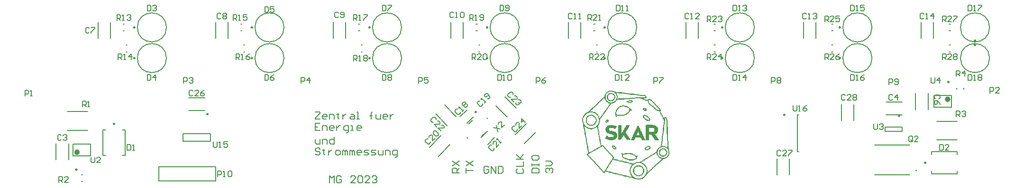
<source format=gbr>
%TF.GenerationSoftware,Altium Limited,Altium Designer,24.0.1 (36)*%
G04 Layer_Color=65535*
%FSLAX45Y45*%
%MOMM*%
%TF.SameCoordinates,2C358838-E96C-4A59-A5A0-E9FE71613952*%
%TF.FilePolarity,Positive*%
%TF.FileFunction,Legend,Top*%
%TF.Part,Single*%
G01*
G75*
%TA.AperFunction,NonConductor*%
%ADD59C,0.25000*%
%ADD60C,0.15000*%
%ADD61C,0.15240*%
%ADD62C,0.50000*%
%ADD63C,0.20000*%
G36*
X13582758Y4385632D02*
X13595020D01*
Y4379502D01*
X13607280D01*
Y4373372D01*
X13631801D01*
Y4367241D01*
X13686974D01*
Y4361111D01*
X13742145D01*
Y4354981D01*
X13797318D01*
Y4348851D01*
X13846359D01*
Y4342721D01*
X13901534D01*
Y4336590D01*
X13956705D01*
Y4330460D01*
X14011877D01*
Y4324330D01*
X14060921D01*
Y4318199D01*
X14116092D01*
Y4312069D01*
X14165134D01*
Y4305939D01*
X14171265D01*
Y4293678D01*
X14177396D01*
Y4281418D01*
X14183525D01*
Y4269157D01*
X14189655D01*
Y4263027D01*
X14183525D01*
Y4256897D01*
X14116092D01*
Y4250766D01*
X14134483D01*
Y4244636D01*
X14146742D01*
Y4238506D01*
X14171265D01*
Y4232376D01*
X14208046D01*
Y4238506D01*
X14220306D01*
Y4244636D01*
X14238696D01*
Y4238506D01*
X14250958D01*
Y4232376D01*
X14263219D01*
Y4226245D01*
X14275479D01*
Y4220115D01*
X14281609D01*
Y4213985D01*
X14287740D01*
Y4207855D01*
X14293871D01*
Y4201724D01*
X14300000D01*
Y4195594D01*
X14306129D01*
Y4189464D01*
X14312260D01*
Y4183334D01*
X14318391D01*
Y4177203D01*
X14324521D01*
Y4171073D01*
X14330650D01*
Y4164943D01*
X14336781D01*
Y4158812D01*
X14342912D01*
Y4152682D01*
X14349042D01*
Y4146552D01*
X14355173D01*
Y4140422D01*
X14361304D01*
Y4134291D01*
X14367433D01*
Y4122031D01*
X14373563D01*
Y4115901D01*
X14379694D01*
Y4109770D01*
X14385825D01*
Y4103640D01*
X14391954D01*
Y4097510D01*
X14398083D01*
Y4091379D01*
X14404214D01*
Y4085249D01*
X14410345D01*
Y4079119D01*
X14416475D01*
Y4072989D01*
X14422604D01*
Y4060728D01*
X14428735D01*
Y4054598D01*
X14434866D01*
Y4048468D01*
X14440996D01*
Y4023946D01*
X14434866D01*
Y4005556D01*
X14440996D01*
Y3993295D01*
X14447127D01*
Y3981035D01*
X14453258D01*
Y3968774D01*
X14459387D01*
Y3962644D01*
X14465517D01*
Y3950383D01*
X14471648D01*
Y3938123D01*
X14477779D01*
Y3925862D01*
X14483908D01*
Y3913602D01*
X14490038D01*
Y3901341D01*
X14496169D01*
Y3889081D01*
X14502299D01*
Y3919732D01*
X14520689D01*
Y3913602D01*
X14532950D01*
Y3907471D01*
X14545210D01*
Y3901341D01*
X14551341D01*
Y3864559D01*
X14557471D01*
Y3741954D01*
X14563602D01*
Y3619349D01*
X14569733D01*
Y3496743D01*
X14575862D01*
Y3386399D01*
Y3380268D01*
Y3374138D01*
X14581992D01*
Y3331226D01*
X14588123D01*
Y3318966D01*
X14594254D01*
Y3251533D01*
X14588123D01*
Y3233142D01*
X14581992D01*
Y3220881D01*
X14575862D01*
Y3214751D01*
X14569733D01*
Y3202490D01*
X14563602D01*
Y3196360D01*
X14551341D01*
Y3190230D01*
X14545210D01*
Y3184100D01*
X14539079D01*
Y3177970D01*
X14526820D01*
Y3171839D01*
X14502299D01*
Y3165709D01*
X14477779D01*
Y3153448D01*
X14471648D01*
Y3147318D01*
X14465517D01*
Y3141188D01*
X14453258D01*
Y3135057D01*
X14447127D01*
Y3128927D01*
X14440996D01*
Y3122797D01*
X14434866D01*
Y3116667D01*
X14428735D01*
Y3110537D01*
X14422604D01*
Y3104406D01*
X14416475D01*
Y3098276D01*
X14410345D01*
Y3092146D01*
X14404214D01*
Y3086015D01*
X14398083D01*
Y3079885D01*
X14391954D01*
Y3073755D01*
X14379694D01*
Y3067625D01*
X14373563D01*
Y3061494D01*
X14367433D01*
Y3055364D01*
X14361304D01*
Y3049234D01*
X14355173D01*
Y3043104D01*
X14349042D01*
Y3036973D01*
X14342912D01*
Y3030843D01*
X14336781D01*
Y3024713D01*
X14330650D01*
Y3018582D01*
X14324521D01*
Y3012452D01*
X14318391D01*
Y3006322D01*
X14306129D01*
Y3000192D01*
X14300000D01*
Y2994061D01*
X14293871D01*
Y2987931D01*
X14287740D01*
Y2981801D01*
X14281609D01*
Y2975671D01*
X14275479D01*
Y2969540D01*
X14269350D01*
Y2963410D01*
X14263219D01*
Y2957280D01*
X14257088D01*
Y2951150D01*
X14250958D01*
Y2945019D01*
X14244827D01*
Y2938889D01*
X14232567D01*
Y2932759D01*
X14226437D01*
Y2926628D01*
X14220306D01*
Y2920498D01*
X14214175D01*
Y2914368D01*
X14208046D01*
Y2908238D01*
X14201917D01*
Y2902107D01*
X14195786D01*
Y2895977D01*
X14189655D01*
Y2889847D01*
X14183525D01*
Y2877586D01*
X14177396D01*
Y2865326D01*
X14171265D01*
Y2859195D01*
X14165134D01*
Y2853065D01*
X14159004D01*
Y2846935D01*
X14152875D01*
Y2834674D01*
X14140613D01*
Y2828544D01*
X14134483D01*
Y2822414D01*
X14128352D01*
Y2816284D01*
X14116092D01*
Y2810153D01*
X14103831D01*
Y2804023D01*
X14079311D01*
Y2797893D01*
X14005746D01*
Y2804023D01*
X13987357D01*
Y2810153D01*
X13968965D01*
Y2816284D01*
X13944444D01*
Y2822414D01*
X13919923D01*
Y2828544D01*
X13895403D01*
Y2834674D01*
X13870882D01*
Y2840805D01*
X13846359D01*
Y2846935D01*
X13821838D01*
Y2853065D01*
X13791188D01*
Y2859195D01*
X13766667D01*
Y2865326D01*
X13742145D01*
Y2871456D01*
X13717625D01*
Y2877586D01*
X13693103D01*
Y2883717D01*
X13668582D01*
Y2889847D01*
X13644061D01*
Y2895977D01*
X13619540D01*
Y2902107D01*
X13588889D01*
Y2908238D01*
X13564368D01*
Y2914368D01*
X13539847D01*
Y2920498D01*
X13515326D01*
Y2926628D01*
X13490805D01*
Y2932759D01*
X13466283D01*
Y2938889D01*
X13447893D01*
Y2932759D01*
X13441762D01*
Y2920498D01*
X13435632D01*
Y2908238D01*
X13423372D01*
Y2914368D01*
X13417241D01*
Y2920498D01*
X13411111D01*
Y2932759D01*
X13404980D01*
Y2938889D01*
X13398851D01*
Y2945019D01*
X13392720D01*
Y2951150D01*
X13386591D01*
Y2957280D01*
X13380460D01*
Y2963410D01*
X13374329D01*
Y2969540D01*
X13368199D01*
Y2975671D01*
X13362070D01*
Y2981801D01*
X13355939D01*
Y2987931D01*
X13349808D01*
Y2994061D01*
X13343678D01*
Y3000192D01*
X13337547D01*
Y3006322D01*
X13331418D01*
Y3018582D01*
X13325287D01*
Y3024713D01*
X13319157D01*
Y3030843D01*
X13313026D01*
Y3036973D01*
X13306895D01*
Y3043104D01*
X13300766D01*
Y3049234D01*
X13294637D01*
Y3055364D01*
X13288506D01*
Y3061494D01*
X13282376D01*
Y3067625D01*
X13276245D01*
Y3073755D01*
X13270116D01*
Y3079885D01*
X13263985D01*
Y3086015D01*
X13257854D01*
Y3092146D01*
X13251724D01*
Y3104406D01*
X13245593D01*
Y3110537D01*
X13239462D01*
Y3116667D01*
X13233333D01*
Y3122797D01*
X13227203D01*
Y3128927D01*
X13221072D01*
Y3135057D01*
X13214943D01*
Y3141188D01*
X13208812D01*
Y3147318D01*
X13202682D01*
Y3153448D01*
X13196552D01*
Y3159579D01*
X13190421D01*
Y3165709D01*
X13184291D01*
Y3171839D01*
X13178162D01*
Y3177970D01*
X13172031D01*
Y3190230D01*
X13165900D01*
Y3196360D01*
X13159770D01*
Y3202490D01*
X13153641D01*
Y3208621D01*
X13147508D01*
Y3214751D01*
X13141379D01*
Y3220881D01*
X13135249D01*
Y3227012D01*
X13129118D01*
Y3233142D01*
X13122987D01*
Y3239272D01*
X13116858D01*
Y3245402D01*
X13110728D01*
Y3251533D01*
X13116858D01*
Y3257663D01*
X13122987D01*
Y3263793D01*
X13135249D01*
Y3269924D01*
X13141379D01*
Y3288314D01*
X13135249D01*
Y3325096D01*
X13129118D01*
Y3355747D01*
X13122987D01*
Y3392529D01*
X13116858D01*
Y3429310D01*
X13110728D01*
Y3466092D01*
X13104597D01*
Y3496743D01*
X13098466D01*
Y3533525D01*
X13092337D01*
Y3570307D01*
X13086208D01*
Y3600958D01*
X13080077D01*
Y3637739D01*
X13073946D01*
Y3674521D01*
X13067816D01*
Y3705173D01*
X13061687D01*
Y3741954D01*
X13055556D01*
Y3778736D01*
X13049425D01*
Y3803257D01*
X13043295D01*
Y3827778D01*
X13037164D01*
Y3895211D01*
X13043295D01*
Y3913602D01*
X13049425D01*
Y3931992D01*
X13055556D01*
Y3944253D01*
X13061687D01*
Y3950383D01*
X13067816D01*
Y3956514D01*
X13073946D01*
Y3968774D01*
X13080077D01*
Y3974904D01*
X13086208D01*
Y3981035D01*
X13098466D01*
Y3987165D01*
X13104597D01*
Y3993295D01*
X13110728D01*
Y3999425D01*
X13129118D01*
Y4005556D01*
X13141379D01*
Y4011686D01*
X13147508D01*
Y4017816D01*
X13153641D01*
Y4023946D01*
X13159770D01*
Y4030077D01*
X13165900D01*
Y4036207D01*
X13172031D01*
Y4042337D01*
X13178162D01*
Y4048468D01*
X13184291D01*
Y4054598D01*
X13190421D01*
Y4060728D01*
X13196552D01*
Y4066859D01*
X13202682D01*
Y4072989D01*
X13208812D01*
Y4079119D01*
X13214943D01*
Y4085249D01*
X13221072D01*
Y4091379D01*
X13233333D01*
Y4097510D01*
X13239462D01*
Y4103640D01*
X13245593D01*
Y4109770D01*
X13251724D01*
Y4115901D01*
X13257854D01*
Y4122031D01*
X13263985D01*
Y4128161D01*
X13270116D01*
Y4134291D01*
X13276245D01*
Y4140422D01*
X13282376D01*
Y4146552D01*
X13288506D01*
Y4152682D01*
X13294637D01*
Y4158812D01*
X13300766D01*
Y4164943D01*
X13306895D01*
Y4171073D01*
X13313026D01*
Y4177203D01*
X13319157D01*
Y4183334D01*
X13325287D01*
Y4189464D01*
X13331418D01*
Y4195594D01*
X13337547D01*
Y4201724D01*
X13343678D01*
Y4207855D01*
X13349808D01*
Y4213985D01*
X13355939D01*
Y4220115D01*
X13362070D01*
Y4226245D01*
X13368199D01*
Y4232376D01*
X13374329D01*
Y4238506D01*
X13380460D01*
Y4244636D01*
X13386591D01*
Y4250766D01*
X13398851D01*
Y4256897D01*
X13404980D01*
Y4263027D01*
X13411111D01*
Y4269157D01*
X13417241D01*
Y4275288D01*
X13423372D01*
Y4281418D01*
X13435632D01*
Y4312069D01*
X13441762D01*
Y4324330D01*
X13447893D01*
Y4336590D01*
X13454024D01*
Y4348851D01*
X13460153D01*
Y4354981D01*
X13466283D01*
Y4361111D01*
X13472414D01*
Y4367241D01*
X13484674D01*
Y4373372D01*
X13490805D01*
Y4379502D01*
X13503065D01*
Y4385632D01*
X13521455D01*
Y4391763D01*
X13582758D01*
Y4385632D01*
D02*
G37*
%LPC*%
G36*
X13686974Y4348851D02*
X13644061D01*
Y4342721D01*
X13650192D01*
Y4330460D01*
X13656322D01*
Y4318199D01*
X13662453D01*
Y4293678D01*
X13668582D01*
Y4263027D01*
X13662453D01*
Y4244636D01*
X13680843D01*
Y4250766D01*
X13785059D01*
Y4256897D01*
X13883142D01*
Y4263027D01*
X13987357D01*
Y4269157D01*
X14091571D01*
Y4275288D01*
X14165134D01*
Y4281418D01*
X14159004D01*
Y4293678D01*
X14116092D01*
Y4299809D01*
X14060921D01*
Y4305939D01*
X14005746D01*
Y4312069D01*
X13956705D01*
Y4318199D01*
X13901534D01*
Y4324330D01*
X13846359D01*
Y4330460D01*
X13791188D01*
Y4336590D01*
X13742145D01*
Y4342721D01*
X13686974D01*
Y4348851D01*
D02*
G37*
G36*
X13576628Y4373372D02*
X13521455D01*
Y4367241D01*
X13503065D01*
Y4361111D01*
X13496935D01*
Y4354981D01*
X13484674D01*
Y4348851D01*
X13478545D01*
Y4342721D01*
X13472414D01*
Y4336590D01*
X13466283D01*
Y4324330D01*
X13460153D01*
Y4312069D01*
X13454024D01*
Y4238506D01*
X13460153D01*
Y4232376D01*
Y4226245D01*
X13466283D01*
Y4220115D01*
X13472414D01*
Y4207855D01*
X13478545D01*
Y4201724D01*
X13490805D01*
Y4195594D01*
X13496935D01*
Y4189464D01*
X13509195D01*
Y4183334D01*
X13527586D01*
Y4177203D01*
X13570499D01*
Y4183334D01*
X13588889D01*
Y4189464D01*
X13601149D01*
Y4195594D01*
X13613409D01*
Y4201724D01*
X13619540D01*
Y4207855D01*
X13625670D01*
Y4213985D01*
X13631801D01*
Y4226245D01*
X13637930D01*
Y4238506D01*
X13644061D01*
Y4263027D01*
X13650192D01*
Y4293678D01*
X13644061D01*
Y4312069D01*
X13637930D01*
Y4324330D01*
X13631801D01*
Y4336590D01*
X13625670D01*
Y4342721D01*
X13619540D01*
Y4348851D01*
X13613409D01*
Y4354981D01*
X13607280D01*
Y4361111D01*
X13595020D01*
Y4367241D01*
X13576628D01*
Y4373372D01*
D02*
G37*
G36*
X14232567Y4226245D02*
X14226437D01*
Y4220115D01*
X14220306D01*
Y4195594D01*
X14226437D01*
Y4183334D01*
X14232567D01*
Y4171073D01*
X14238696D01*
Y4164943D01*
X14244827D01*
Y4158812D01*
X14250958D01*
Y4152682D01*
X14257088D01*
Y4146552D01*
X14263219D01*
Y4140422D01*
X14269350D01*
Y4134291D01*
X14275479D01*
Y4128161D01*
X14287740D01*
Y4122031D01*
X14293871D01*
Y4115901D01*
X14300000D01*
Y4109770D01*
X14312260D01*
Y4103640D01*
X14318391D01*
Y4097510D01*
X14324521D01*
Y4091379D01*
X14330650D01*
Y4085249D01*
X14336781D01*
Y4079119D01*
X14342912D01*
Y4072989D01*
X14349042D01*
Y4066859D01*
X14355173D01*
Y4060728D01*
X14367433D01*
Y4054598D01*
X14379694D01*
Y4048468D01*
X14391954D01*
Y4042337D01*
X14416475D01*
Y4048468D01*
X14410345D01*
Y4054598D01*
X14404214D01*
Y4066859D01*
X14398083D01*
Y4072989D01*
X14391954D01*
Y4079119D01*
X14385825D01*
Y4085249D01*
X14379694D01*
Y4091379D01*
X14373563D01*
Y4097510D01*
X14367433D01*
Y4103640D01*
X14361304D01*
Y4109770D01*
X14355173D01*
Y4115901D01*
X14349042D01*
Y4128161D01*
X14342912D01*
Y4134291D01*
X14336781D01*
Y4140422D01*
X14330650D01*
Y4146552D01*
X14324521D01*
Y4152682D01*
X14318391D01*
Y4158812D01*
X14312260D01*
Y4164943D01*
X14306129D01*
Y4171073D01*
X14300000D01*
Y4177203D01*
X14293871D01*
Y4183334D01*
X14287740D01*
Y4189464D01*
X14281609D01*
Y4195594D01*
X14275479D01*
Y4201724D01*
X14269350D01*
Y4207855D01*
X14257088D01*
Y4213985D01*
X14250958D01*
Y4220115D01*
X14232567D01*
Y4226245D01*
D02*
G37*
G36*
X13435632Y4263027D02*
X13429501D01*
Y4256897D01*
X13423372D01*
Y4250766D01*
X13417241D01*
Y4244636D01*
X13411111D01*
Y4238506D01*
X13404980D01*
Y4232376D01*
X13398851D01*
Y4226245D01*
X13392720D01*
Y4220115D01*
X13386591D01*
Y4213985D01*
X13374329D01*
Y4207855D01*
X13368199D01*
Y4201724D01*
X13362070D01*
Y4195594D01*
X13355939D01*
Y4189464D01*
X13349808D01*
Y4183334D01*
X13343678D01*
Y4177203D01*
X13337547D01*
Y4171073D01*
X13331418D01*
Y4164943D01*
X13325287D01*
Y4158812D01*
X13319157D01*
Y4152682D01*
X13313026D01*
Y4146552D01*
X13306895D01*
Y4140422D01*
X13300766D01*
Y4134291D01*
X13294637D01*
Y4128161D01*
X13288506D01*
Y4122031D01*
X13282376D01*
Y4115901D01*
X13276245D01*
Y4109770D01*
X13270116D01*
Y4103640D01*
X13263985D01*
Y4097510D01*
X13257854D01*
Y4091379D01*
X13251724D01*
Y4085249D01*
X13245593D01*
Y4079119D01*
X13239462D01*
Y4072989D01*
X13233333D01*
Y4066859D01*
X13227203D01*
Y4060728D01*
X13221072D01*
Y4054598D01*
X13208812D01*
Y4048468D01*
X13202682D01*
Y4042337D01*
X13196552D01*
Y4036207D01*
X13190421D01*
Y4030077D01*
X13184291D01*
Y4023946D01*
X13178162D01*
Y4017816D01*
X13227203D01*
Y4011686D01*
X13251724D01*
Y4005556D01*
X13263985D01*
Y3999425D01*
X13276245D01*
Y3993295D01*
X13282376D01*
Y3987165D01*
X13294637D01*
Y3981035D01*
X13300766D01*
Y3974904D01*
X13306895D01*
Y3968774D01*
X13313026D01*
Y3962644D01*
X13319157D01*
Y3956514D01*
X13325287D01*
Y3944253D01*
X13331418D01*
Y3931992D01*
X13337547D01*
Y3919732D01*
X13343678D01*
Y3901341D01*
X13355939D01*
Y3913602D01*
X13362070D01*
Y3919732D01*
X13368199D01*
Y3931992D01*
X13374329D01*
Y3938123D01*
X13380460D01*
Y3944253D01*
X13386591D01*
Y3956514D01*
X13392720D01*
Y3962644D01*
X13398851D01*
Y3974904D01*
X13404980D01*
Y3981035D01*
X13411111D01*
Y3987165D01*
X13417241D01*
Y3999425D01*
X13423372D01*
Y4005556D01*
X13429501D01*
Y4017816D01*
X13435632D01*
Y4023946D01*
X13441762D01*
Y4036207D01*
X13447893D01*
Y4042337D01*
X13454024D01*
Y4048468D01*
X13460153D01*
Y4060728D01*
X13466283D01*
Y4066859D01*
X13472414D01*
Y4079119D01*
X13478545D01*
Y4085249D01*
X13484674D01*
Y4091379D01*
X13490805D01*
Y4103640D01*
X13496935D01*
Y4109770D01*
X13503065D01*
Y4122031D01*
X13509195D01*
Y4128161D01*
X13515326D01*
Y4134291D01*
X13521455D01*
Y4146552D01*
X13527586D01*
Y4152682D01*
X13533716D01*
Y4158812D01*
X13527586D01*
Y4164943D01*
X13503065D01*
Y4171073D01*
X13490805D01*
Y4177203D01*
X13484674D01*
Y4183334D01*
X13472414D01*
Y4189464D01*
X13466283D01*
Y4195594D01*
X13460153D01*
Y4207855D01*
X13454024D01*
Y4213985D01*
X13447893D01*
Y4226245D01*
X13441762D01*
Y4238506D01*
X13435632D01*
Y4263027D01*
D02*
G37*
G36*
X13227203Y3999425D02*
X13159770D01*
Y3993295D01*
X13141379D01*
Y3987165D01*
X13129118D01*
Y3981035D01*
X13116858D01*
Y3974904D01*
X13110728D01*
Y3968774D01*
X13098466D01*
Y3962644D01*
X13092337D01*
Y3950383D01*
X13086208D01*
Y3944253D01*
X13080077D01*
Y3938123D01*
X13073946D01*
Y3925862D01*
X13067816D01*
Y3913602D01*
X13061687D01*
Y3895211D01*
X13055556D01*
Y3827778D01*
X13061687D01*
Y3803257D01*
X13067816D01*
Y3790996D01*
X13073946D01*
Y3784866D01*
X13080077D01*
Y3772606D01*
X13086208D01*
Y3766475D01*
X13092337D01*
Y3760345D01*
X13098466D01*
Y3754215D01*
X13104597D01*
Y3748084D01*
X13110728D01*
Y3741954D01*
X13122987D01*
Y3735824D01*
X13135249D01*
Y3729694D01*
X13153641D01*
Y3723563D01*
X13178162D01*
Y3717433D01*
X13208812D01*
Y3723563D01*
X13239462D01*
Y3729694D01*
X13251724D01*
Y3735824D01*
X13263985D01*
Y3741954D01*
X13276245D01*
Y3748084D01*
X13282376D01*
Y3754215D01*
X13288506D01*
Y3760345D01*
X13294637D01*
Y3766475D01*
X13300766D01*
Y3772606D01*
X13306895D01*
Y3778736D01*
X13313026D01*
Y3790996D01*
X13319157D01*
Y3803257D01*
X13325287D01*
Y3815517D01*
X13331418D01*
Y3852299D01*
X13337547D01*
Y3864559D01*
X13331418D01*
Y3901341D01*
X13325287D01*
Y3919732D01*
X13319157D01*
Y3931992D01*
X13313026D01*
Y3938123D01*
X13306895D01*
Y3950383D01*
X13300766D01*
Y3956514D01*
X13294637D01*
Y3962644D01*
X13288506D01*
Y3968774D01*
X13282376D01*
Y3974904D01*
X13270116D01*
Y3981035D01*
X13257854D01*
Y3987165D01*
X13245593D01*
Y3993295D01*
X13227203D01*
Y3999425D01*
D02*
G37*
G36*
X14526820Y3895211D02*
X14520689D01*
Y3876820D01*
X14514558D01*
Y3827778D01*
X14508429D01*
Y3778736D01*
X14502299D01*
Y3729694D01*
X14496169D01*
Y3680652D01*
X14490038D01*
Y3631609D01*
X14483908D01*
Y3582567D01*
X14477779D01*
Y3533525D01*
X14471648D01*
Y3509004D01*
Y3502874D01*
Y3484483D01*
X14465517D01*
Y3435441D01*
X14459387D01*
Y3398659D01*
X14508429D01*
Y3392529D01*
X14526820D01*
Y3386399D01*
X14539079D01*
Y3380268D01*
X14551341D01*
Y3374138D01*
X14557471D01*
Y3490613D01*
X14551341D01*
Y3613219D01*
X14545210D01*
Y3735824D01*
X14539079D01*
Y3858429D01*
X14532950D01*
Y3889081D01*
X14526820D01*
Y3895211D01*
D02*
G37*
G36*
X13080077Y3754215D02*
X13073946D01*
Y3741954D01*
X13080077D01*
Y3711303D01*
X13086208D01*
Y3674521D01*
X13092337D01*
Y3637739D01*
X13098466D01*
Y3600958D01*
X13104597D01*
Y3570307D01*
X13110728D01*
Y3533525D01*
X13116858D01*
Y3496743D01*
X13122987D01*
Y3466092D01*
X13129118D01*
Y3429310D01*
X13135249D01*
Y3392529D01*
X13141379D01*
Y3361877D01*
X13147508D01*
Y3325096D01*
X13153641D01*
Y3288314D01*
X13159770D01*
Y3282184D01*
X13165900D01*
Y3288314D01*
X13178162D01*
Y3294445D01*
X13190421D01*
Y3300575D01*
X13202682D01*
Y3306705D01*
X13208812D01*
Y3312835D01*
X13221072D01*
Y3318966D01*
X13233333D01*
Y3325096D01*
X13245593D01*
Y3331226D01*
X13251724D01*
Y3337357D01*
X13263985D01*
Y3343487D01*
X13276245D01*
Y3349617D01*
X13282376D01*
Y3355747D01*
X13294637D01*
Y3361877D01*
X13306895D01*
Y3368008D01*
X13319157D01*
Y3374138D01*
X13325287D01*
Y3380268D01*
X13337547D01*
Y3386399D01*
X13349808D01*
Y3392529D01*
X13362070D01*
Y3423180D01*
X13355939D01*
Y3453832D01*
X13349808D01*
Y3490613D01*
X13343678D01*
Y3521264D01*
X13337547D01*
Y3558046D01*
X13331418D01*
Y3594828D01*
X13325287D01*
Y3625479D01*
X13319157D01*
Y3662261D01*
X13313026D01*
Y3692912D01*
X13306895D01*
Y3729694D01*
X13300766D01*
Y3741954D01*
X13294637D01*
Y3735824D01*
X13288506D01*
Y3729694D01*
X13282376D01*
Y3723563D01*
X13270116D01*
Y3717433D01*
X13257854D01*
Y3711303D01*
X13239462D01*
Y3705173D01*
X13208812D01*
Y3699042D01*
X13178162D01*
Y3705173D01*
X13147508D01*
Y3711303D01*
X13129118D01*
Y3717433D01*
X13116858D01*
Y3723563D01*
X13110728D01*
Y3729694D01*
X13098466D01*
Y3735824D01*
X13092337D01*
Y3741954D01*
X13086208D01*
Y3748084D01*
X13080077D01*
Y3754215D01*
D02*
G37*
G36*
X14508429Y3380268D02*
X14453258D01*
Y3374138D01*
X14434866D01*
Y3368008D01*
X14422604D01*
Y3361877D01*
X14416475D01*
Y3355747D01*
X14410345D01*
Y3349617D01*
X14404214D01*
Y3343487D01*
X14398083D01*
Y3331226D01*
X14391954D01*
Y3318966D01*
X14385825D01*
Y3300575D01*
X14379694D01*
Y3263793D01*
X14385825D01*
Y3245402D01*
X14391954D01*
Y3233142D01*
X14398083D01*
Y3220881D01*
X14404214D01*
Y3214751D01*
X14410345D01*
Y3208621D01*
X14416475D01*
Y3202490D01*
X14428735D01*
Y3196360D01*
X14440996D01*
Y3190230D01*
X14453258D01*
Y3184100D01*
X14502299D01*
Y3190230D01*
X14520689D01*
Y3196360D01*
X14532950D01*
Y3202490D01*
X14539079D01*
Y3208621D01*
X14551341D01*
Y3220881D01*
X14557471D01*
Y3227012D01*
X14563602D01*
Y3239272D01*
X14569733D01*
Y3251533D01*
X14575862D01*
Y3306705D01*
Y3312835D01*
X14569733D01*
Y3331226D01*
X14563602D01*
Y3337357D01*
X14557471D01*
Y3349617D01*
X14551341D01*
Y3355747D01*
X14545210D01*
Y3361877D01*
X14532950D01*
Y3368008D01*
X14526820D01*
Y3374138D01*
X14508429D01*
Y3380268D01*
D02*
G37*
G36*
X14079311Y4250766D02*
X13987357D01*
Y4244636D01*
X13889272D01*
Y4238506D01*
X13785059D01*
Y4232376D01*
X13686974D01*
Y4226245D01*
X13656322D01*
Y4220115D01*
X13650192D01*
Y4213985D01*
X13644061D01*
Y4201724D01*
X13637930D01*
Y4195594D01*
X13631801D01*
Y4189464D01*
X13625670D01*
Y4183334D01*
X13619540D01*
Y4177203D01*
X13607280D01*
Y4171073D01*
X13595020D01*
Y4164943D01*
X13576628D01*
Y4158812D01*
X13552107D01*
Y4146552D01*
X13545976D01*
Y4140422D01*
X13539847D01*
Y4134291D01*
X13533716D01*
Y4122031D01*
X13527586D01*
Y4115901D01*
X13521455D01*
Y4103640D01*
X13515326D01*
Y4097510D01*
X13509195D01*
Y4091379D01*
X13503065D01*
Y4079119D01*
X13496935D01*
Y4072989D01*
X13490805D01*
Y4060728D01*
X13484674D01*
Y4054598D01*
X13478545D01*
Y4042337D01*
X13472414D01*
Y4036207D01*
X13466283D01*
Y4030077D01*
X13460153D01*
Y4017816D01*
X13454024D01*
Y4011686D01*
X13447893D01*
Y3999425D01*
X13441762D01*
Y3993295D01*
X13435632D01*
Y3987165D01*
X13429501D01*
Y3974904D01*
X13423372D01*
Y3968774D01*
X13417241D01*
Y3956514D01*
X13411111D01*
Y3950383D01*
X13404980D01*
Y3944253D01*
X13398851D01*
Y3931992D01*
X13392720D01*
Y3925862D01*
X13386591D01*
Y3913602D01*
X13380460D01*
Y3907471D01*
X13374329D01*
Y3895211D01*
X13368199D01*
Y3889081D01*
X13362070D01*
Y3882950D01*
X13355939D01*
Y3852299D01*
X13349808D01*
Y3815517D01*
X13343678D01*
Y3797127D01*
X13337547D01*
Y3784866D01*
X13331418D01*
Y3772606D01*
X13325287D01*
Y3766475D01*
X13319157D01*
Y3729694D01*
X13325287D01*
Y3692912D01*
X13331418D01*
Y3662261D01*
X13337547D01*
Y3625479D01*
X13343678D01*
Y3588697D01*
X13349808D01*
Y3558046D01*
X13355939D01*
Y3521264D01*
X13362070D01*
Y3484483D01*
X13368199D01*
Y3453832D01*
X13374329D01*
Y3417050D01*
X13380460D01*
Y3410920D01*
X13392720D01*
Y3417050D01*
X13404980D01*
Y3410920D01*
X13411111D01*
Y3404789D01*
X13417241D01*
Y3398659D01*
X13423372D01*
Y3392529D01*
X13429501D01*
Y3386399D01*
X13435632D01*
Y3380268D01*
X13441762D01*
Y3368008D01*
X13447893D01*
Y3361877D01*
X13454024D01*
Y3355747D01*
X13460153D01*
Y3349617D01*
X13466283D01*
Y3343487D01*
X13472414D01*
Y3337357D01*
X13478545D01*
Y3331226D01*
X13484674D01*
Y3325096D01*
X13490805D01*
Y3318966D01*
X13496935D01*
Y3312835D01*
X13503065D01*
Y3306705D01*
X13509195D01*
Y3300575D01*
X13515326D01*
Y3294445D01*
X13521455D01*
Y3282184D01*
X13527586D01*
Y3276054D01*
X13533716D01*
Y3269924D01*
X13539847D01*
Y3263793D01*
X13545976D01*
Y3257663D01*
X13552107D01*
Y3251533D01*
X13558238D01*
Y3245402D01*
X13564368D01*
Y3239272D01*
X13570499D01*
Y3233142D01*
X13576628D01*
Y3227012D01*
X13582758D01*
Y3220881D01*
X13588889D01*
Y3214751D01*
X13595020D01*
Y3208621D01*
X13601149D01*
Y3196360D01*
X13607280D01*
Y3190230D01*
X13601149D01*
Y3177970D01*
X13595020D01*
Y3171839D01*
X13601149D01*
Y3165709D01*
X13625670D01*
Y3159579D01*
X13650192D01*
Y3153448D01*
X13674713D01*
Y3147318D01*
X13699234D01*
Y3141188D01*
X13723755D01*
Y3135057D01*
X13754407D01*
Y3128927D01*
X13778928D01*
Y3122797D01*
X13803448D01*
Y3116667D01*
X13827969D01*
Y3110537D01*
X13852490D01*
Y3104406D01*
X13877011D01*
Y3098276D01*
X13901534D01*
Y3092146D01*
X13926054D01*
Y3086015D01*
X13962836D01*
Y3092146D01*
X13968965D01*
Y3098276D01*
X13981226D01*
Y3104406D01*
X13999617D01*
Y3110537D01*
X14067050D01*
Y3116667D01*
X14079311D01*
Y3122797D01*
X14085442D01*
Y3128927D01*
X14097701D01*
Y3135057D01*
X14109962D01*
Y3141188D01*
X14116092D01*
Y3147318D01*
X14128352D01*
Y3153448D01*
X14134483D01*
Y3159579D01*
X14146742D01*
Y3165709D01*
X14159004D01*
Y3171839D01*
X14165134D01*
Y3177970D01*
X14177396D01*
Y3184100D01*
X14189655D01*
Y3190230D01*
X14195786D01*
Y3196360D01*
X14208046D01*
Y3202490D01*
X14214175D01*
Y3208621D01*
X14226437D01*
Y3214751D01*
X14238696D01*
Y3220881D01*
X14244827D01*
Y3227012D01*
X14257088D01*
Y3233142D01*
X14263219D01*
Y3239272D01*
X14275479D01*
Y3245402D01*
X14287740D01*
Y3251533D01*
X14293871D01*
Y3257663D01*
X14306129D01*
Y3263793D01*
X14318391D01*
Y3269924D01*
X14324521D01*
Y3276054D01*
X14336781D01*
Y3282184D01*
X14342912D01*
Y3288314D01*
X14355173D01*
Y3294445D01*
X14361304D01*
Y3300575D01*
X14367433D01*
Y3325096D01*
X14373563D01*
Y3337357D01*
X14379694D01*
Y3349617D01*
X14385825D01*
Y3355747D01*
X14391954D01*
Y3361877D01*
X14398083D01*
Y3368008D01*
X14404214D01*
Y3374138D01*
X14410345D01*
Y3380268D01*
X14422604D01*
Y3386399D01*
X14434866D01*
Y3392529D01*
X14440996D01*
Y3435441D01*
X14447127D01*
Y3484483D01*
X14453258D01*
Y3533525D01*
X14459387D01*
Y3582567D01*
X14465517D01*
Y3631609D01*
X14471648D01*
Y3680652D01*
X14477779D01*
Y3729694D01*
X14483908D01*
Y3778736D01*
X14490038D01*
Y3827778D01*
X14496169D01*
Y3852299D01*
X14490038D01*
Y3870690D01*
X14483908D01*
Y3882950D01*
X14477779D01*
Y3895211D01*
X14471648D01*
Y3913602D01*
X14465517D01*
Y3925862D01*
X14459387D01*
Y3938123D01*
X14453258D01*
Y3944253D01*
X14447127D01*
Y3956514D01*
X14440996D01*
Y3968774D01*
X14434866D01*
Y3974904D01*
X14428735D01*
Y3993295D01*
X14422604D01*
Y4005556D01*
X14416475D01*
Y4023946D01*
X14391954D01*
Y4030077D01*
X14373563D01*
Y4036207D01*
X14361304D01*
Y4042337D01*
X14349042D01*
Y4048468D01*
X14342912D01*
Y4054598D01*
X14336781D01*
Y4060728D01*
X14324521D01*
Y4072989D01*
X14318391D01*
Y4079119D01*
X14312260D01*
Y4085249D01*
X14306129D01*
Y4091379D01*
X14293871D01*
Y4097510D01*
X14287740D01*
Y4103640D01*
X14281609D01*
Y4109770D01*
X14275479D01*
Y4115901D01*
X14263219D01*
Y4122031D01*
X14257088D01*
Y4128161D01*
X14250958D01*
Y4134291D01*
X14244827D01*
Y4140422D01*
X14238696D01*
Y4146552D01*
X14232567D01*
Y4152682D01*
X14226437D01*
Y4158812D01*
X14220306D01*
Y4171073D01*
X14214175D01*
Y4177203D01*
X14208046D01*
Y4195594D01*
X14201917D01*
Y4213985D01*
X14165134D01*
Y4220115D01*
X14146742D01*
Y4226245D01*
X14134483D01*
Y4232376D01*
X14116092D01*
Y4238506D01*
X14097701D01*
Y4244636D01*
X14079311D01*
Y4250766D01*
D02*
G37*
G36*
X13398851Y3398659D02*
X13392720D01*
Y3392529D01*
X13386591D01*
Y3386399D01*
X13374329D01*
Y3380268D01*
X13362070D01*
Y3374138D01*
X13349808D01*
Y3368008D01*
X13343678D01*
Y3361877D01*
X13331418D01*
Y3355747D01*
X13319157D01*
Y3349617D01*
X13313026D01*
Y3343487D01*
X13300766D01*
Y3337357D01*
X13288506D01*
Y3331226D01*
X13276245D01*
Y3325096D01*
X13270116D01*
Y3318966D01*
X13257854D01*
Y3312835D01*
X13245593D01*
Y3306705D01*
X13233333D01*
Y3300575D01*
X13227203D01*
Y3294445D01*
X13214943D01*
Y3288314D01*
X13202682D01*
Y3282184D01*
X13190421D01*
Y3276054D01*
X13184291D01*
Y3269924D01*
X13172031D01*
Y3263793D01*
X13159770D01*
Y3257663D01*
X13147508D01*
Y3251533D01*
X13141379D01*
Y3239272D01*
X13147508D01*
Y3233142D01*
X13153641D01*
Y3227012D01*
X13159770D01*
Y3220881D01*
X13165900D01*
Y3214751D01*
X13172031D01*
Y3208621D01*
X13178162D01*
Y3202490D01*
X13184291D01*
Y3196360D01*
X13190421D01*
Y3190230D01*
X13196552D01*
Y3177970D01*
X13202682D01*
Y3171839D01*
X13208812D01*
Y3165709D01*
X13214943D01*
Y3159579D01*
X13221072D01*
Y3153448D01*
X13227203D01*
Y3147318D01*
X13233333D01*
Y3141188D01*
X13239462D01*
Y3135057D01*
X13245593D01*
Y3128927D01*
X13251724D01*
Y3122797D01*
X13257854D01*
Y3116667D01*
X13263985D01*
Y3110537D01*
X13270116D01*
Y3098276D01*
X13276245D01*
Y3092146D01*
X13282376D01*
Y3086015D01*
X13288506D01*
Y3079885D01*
X13294637D01*
Y3073755D01*
X13300766D01*
Y3067625D01*
X13306895D01*
Y3061494D01*
X13313026D01*
Y3055364D01*
X13319157D01*
Y3049234D01*
X13325287D01*
Y3043104D01*
X13331418D01*
Y3036973D01*
X13337547D01*
Y3030843D01*
X13343678D01*
Y3024713D01*
X13349808D01*
Y3012452D01*
X13355939D01*
Y3006322D01*
X13362070D01*
Y3000192D01*
X13368199D01*
Y2994061D01*
X13374329D01*
Y2987931D01*
X13380460D01*
Y2981801D01*
X13386591D01*
Y2975671D01*
X13392720D01*
Y2969540D01*
X13398851D01*
Y2963410D01*
X13404980D01*
Y2957280D01*
X13411111D01*
Y2951150D01*
X13417241D01*
Y2945019D01*
X13423372D01*
Y2938889D01*
X13429501D01*
Y2945019D01*
X13435632D01*
Y2957280D01*
X13441762D01*
Y2963410D01*
X13447893D01*
Y2975671D01*
X13454024D01*
Y2987931D01*
X13460153D01*
Y2994061D01*
X13466283D01*
Y3006322D01*
X13472414D01*
Y3012452D01*
X13478545D01*
Y3024713D01*
X13484674D01*
Y3036973D01*
X13490805D01*
Y3043104D01*
X13496935D01*
Y3055364D01*
X13503065D01*
Y3067625D01*
X13509195D01*
Y3073755D01*
X13515326D01*
Y3086015D01*
X13521455D01*
Y3092146D01*
X13527586D01*
Y3104406D01*
X13533716D01*
Y3116667D01*
X13539847D01*
Y3122797D01*
X13545976D01*
Y3135057D01*
X13552107D01*
Y3141188D01*
X13558238D01*
Y3153448D01*
X13564368D01*
Y3165709D01*
X13570499D01*
Y3171839D01*
X13576628D01*
Y3184100D01*
X13582758D01*
Y3196360D01*
X13576628D01*
Y3208621D01*
X13570499D01*
Y3214751D01*
X13564368D01*
Y3220881D01*
X13558238D01*
Y3227012D01*
X13552107D01*
Y3233142D01*
X13545976D01*
Y3239272D01*
X13539847D01*
Y3245402D01*
X13533716D01*
Y3251533D01*
X13527586D01*
Y3257663D01*
X13521455D01*
Y3263793D01*
X13515326D01*
Y3269924D01*
X13509195D01*
Y3276054D01*
X13503065D01*
Y3288314D01*
X13496935D01*
Y3294445D01*
X13490805D01*
Y3300575D01*
X13484674D01*
Y3306705D01*
X13478545D01*
Y3312835D01*
X13472414D01*
Y3318966D01*
X13466283D01*
Y3325096D01*
X13460153D01*
Y3331226D01*
X13454024D01*
Y3337357D01*
X13447893D01*
Y3343487D01*
X13441762D01*
Y3349617D01*
X13435632D01*
Y3355747D01*
X13429501D01*
Y3361877D01*
X13423372D01*
Y3374138D01*
X13417241D01*
Y3380268D01*
X13411111D01*
Y3386399D01*
X13404980D01*
Y3392529D01*
X13398851D01*
Y3398659D01*
D02*
G37*
G36*
X14367433Y3269924D02*
X14349042D01*
Y3263793D01*
X14336781D01*
Y3257663D01*
X14330650D01*
Y3251533D01*
X14318391D01*
Y3245402D01*
X14312260D01*
Y3239272D01*
X14300000D01*
Y3233142D01*
X14287740D01*
Y3227012D01*
X14281609D01*
Y3220881D01*
X14269350D01*
Y3214751D01*
X14257088D01*
Y3208621D01*
X14250958D01*
Y3202490D01*
X14238696D01*
Y3196360D01*
X14232567D01*
Y3190230D01*
X14220306D01*
Y3184100D01*
X14208046D01*
Y3177970D01*
X14201917D01*
Y3171839D01*
X14189655D01*
Y3165709D01*
X14177396D01*
Y3159579D01*
X14171265D01*
Y3153448D01*
X14159004D01*
Y3147318D01*
X14152875D01*
Y3141188D01*
X14140613D01*
Y3135057D01*
X14128352D01*
Y3128927D01*
X14122221D01*
Y3122797D01*
X14109962D01*
Y3116667D01*
X14103831D01*
Y3110537D01*
X14091571D01*
Y3104406D01*
X14103831D01*
Y3098276D01*
X14116092D01*
Y3092146D01*
X14128352D01*
Y3086015D01*
X14134483D01*
Y3079885D01*
X14146742D01*
Y3073755D01*
X14152875D01*
Y3067625D01*
X14159004D01*
Y3055364D01*
X14165134D01*
Y3049234D01*
X14171265D01*
Y3043104D01*
X14177396D01*
Y3030843D01*
X14183525D01*
Y3018582D01*
X14189655D01*
Y3006322D01*
X14195786D01*
Y2975671D01*
X14201917D01*
Y2932759D01*
X14208046D01*
Y2938889D01*
X14214175D01*
Y2945019D01*
X14220306D01*
Y2951150D01*
X14226437D01*
Y2957280D01*
X14238696D01*
Y2963410D01*
X14244827D01*
Y2969540D01*
X14250958D01*
Y2975671D01*
X14257088D01*
Y2981801D01*
X14263219D01*
Y2987931D01*
X14269350D01*
Y2994061D01*
X14275479D01*
Y3000192D01*
X14281609D01*
Y3006322D01*
X14287740D01*
Y3012452D01*
X14293871D01*
Y3018582D01*
X14300000D01*
Y3024713D01*
X14312260D01*
Y3030843D01*
X14318391D01*
Y3036973D01*
X14324521D01*
Y3043104D01*
X14330650D01*
Y3049234D01*
X14336781D01*
Y3055364D01*
X14342912D01*
Y3061494D01*
X14349042D01*
Y3067625D01*
X14355173D01*
Y3073755D01*
X14361304D01*
Y3079885D01*
X14367433D01*
Y3086015D01*
X14373563D01*
Y3092146D01*
X14385825D01*
Y3098276D01*
X14391954D01*
Y3104406D01*
X14398083D01*
Y3110537D01*
X14404214D01*
Y3116667D01*
X14410345D01*
Y3122797D01*
X14416475D01*
Y3128927D01*
X14422604D01*
Y3135057D01*
X14428735D01*
Y3141188D01*
X14434866D01*
Y3147318D01*
X14440996D01*
Y3153448D01*
X14447127D01*
Y3159579D01*
X14459387D01*
Y3165709D01*
X14453258D01*
Y3171839D01*
X14434866D01*
Y3177970D01*
X14422604D01*
Y3184100D01*
X14416475D01*
Y3190230D01*
X14404214D01*
Y3196360D01*
X14398083D01*
Y3202490D01*
X14391954D01*
Y3208621D01*
X14385825D01*
Y3220881D01*
X14379694D01*
Y3227012D01*
X14373563D01*
Y3245402D01*
X14367433D01*
Y3269924D01*
D02*
G37*
G36*
X14201917Y2932759D02*
X14195786D01*
Y2926628D01*
X14201917D01*
Y2932759D01*
D02*
G37*
G36*
X13601149Y3153448D02*
X13582758D01*
Y3147318D01*
X13576628D01*
Y3141188D01*
X13570499D01*
Y3128927D01*
X13564368D01*
Y3122797D01*
X13558238D01*
Y3110537D01*
X13552107D01*
Y3098276D01*
X13545976D01*
Y3092146D01*
X13539847D01*
Y3079885D01*
X13533716D01*
Y3067625D01*
X13527586D01*
Y3061494D01*
X13521455D01*
Y3049234D01*
X13515326D01*
Y3043104D01*
X13509195D01*
Y3030843D01*
X13503065D01*
Y3018582D01*
X13496935D01*
Y3012452D01*
X13490805D01*
Y3000192D01*
X13484674D01*
Y2994061D01*
X13478545D01*
Y2981801D01*
X13472414D01*
Y2969540D01*
X13466283D01*
Y2963410D01*
X13460153D01*
Y2957280D01*
X13466283D01*
Y2951150D01*
X13490805D01*
Y2945019D01*
X13521455D01*
Y2938889D01*
X13545976D01*
Y2932759D01*
X13570499D01*
Y2926628D01*
X13595020D01*
Y2920498D01*
X13619540D01*
Y2914368D01*
X13644061D01*
Y2908238D01*
X13668582D01*
Y2902107D01*
X13693103D01*
Y2895977D01*
X13717625D01*
Y2889847D01*
X13748276D01*
Y2883717D01*
X13772797D01*
Y2877586D01*
X13797318D01*
Y2871456D01*
X13821838D01*
Y2865326D01*
X13846359D01*
Y2859195D01*
X13870882D01*
Y2853065D01*
X13895403D01*
Y2846935D01*
X13919923D01*
Y2840805D01*
X13926054D01*
Y2853065D01*
X13919923D01*
Y2859195D01*
X13913792D01*
Y2865326D01*
X13907663D01*
Y2877586D01*
X13901534D01*
Y2889847D01*
X13895403D01*
Y2902107D01*
X13889272D01*
Y2926628D01*
X13883142D01*
Y2981801D01*
X13889272D01*
Y3006322D01*
X13895403D01*
Y3018582D01*
X13901534D01*
Y3030843D01*
X13907663D01*
Y3043104D01*
X13913792D01*
Y3049234D01*
X13919923D01*
Y3055364D01*
X13926054D01*
Y3073755D01*
X13901534D01*
Y3079885D01*
X13877011D01*
Y3086015D01*
X13852490D01*
Y3092146D01*
X13827969D01*
Y3098276D01*
X13803448D01*
Y3104406D01*
X13772797D01*
Y3110537D01*
X13748276D01*
Y3116667D01*
X13723755D01*
Y3122797D01*
X13699234D01*
Y3128927D01*
X13674713D01*
Y3135057D01*
X13650192D01*
Y3141188D01*
X13625670D01*
Y3147318D01*
X13601149D01*
Y3153448D01*
D02*
G37*
G36*
X14085442Y3092146D02*
X13999617D01*
Y3086015D01*
X13987357D01*
Y3079885D01*
X13975096D01*
Y3073755D01*
X13962836D01*
Y3067625D01*
X13956705D01*
Y3061494D01*
X13944444D01*
Y3055364D01*
X13938313D01*
Y3043104D01*
X13932184D01*
Y3036973D01*
X13926054D01*
Y3030843D01*
X13919923D01*
Y3018582D01*
X13913792D01*
Y3000192D01*
X13907663D01*
Y2981801D01*
X13901534D01*
Y2926628D01*
X13907663D01*
Y2908238D01*
X13913792D01*
Y2889847D01*
X13919923D01*
Y2877586D01*
X13926054D01*
Y2871456D01*
X13932184D01*
Y2865326D01*
X13938313D01*
Y2859195D01*
X13944444D01*
Y2853065D01*
X13950575D01*
Y2846935D01*
X13956705D01*
Y2840805D01*
X13962836D01*
Y2834674D01*
X13975096D01*
Y2828544D01*
X13987357D01*
Y2822414D01*
X14005746D01*
Y2816284D01*
X14079311D01*
Y2822414D01*
X14097701D01*
Y2828544D01*
X14109962D01*
Y2834674D01*
X14122221D01*
Y2840805D01*
X14128352D01*
Y2846935D01*
X14134483D01*
Y2853065D01*
X14140613D01*
Y2859195D01*
X14146742D01*
Y2865326D01*
X14152875D01*
Y2871456D01*
X14159004D01*
Y2883717D01*
X14165134D01*
Y2889847D01*
X14171265D01*
Y2908238D01*
X14177396D01*
Y2932759D01*
X14183525D01*
Y2981801D01*
X14177396D01*
Y3006322D01*
X14171265D01*
Y3018582D01*
X14165134D01*
Y3030843D01*
X14159004D01*
Y3036973D01*
X14152875D01*
Y3043104D01*
X14146742D01*
Y3055364D01*
X14134483D01*
Y3061494D01*
X14128352D01*
Y3067625D01*
X14122221D01*
Y3073755D01*
X14109962D01*
Y3079885D01*
X14097701D01*
Y3086015D01*
X14085442D01*
Y3092146D01*
D02*
G37*
%LPD*%
G36*
X13576628Y4342721D02*
X13588889D01*
Y4336590D01*
X13595020D01*
Y4330460D01*
X13607280D01*
Y4318199D01*
X13613409D01*
Y4312069D01*
X13619540D01*
Y4293678D01*
X13625670D01*
Y4256897D01*
X13619540D01*
Y4244636D01*
X13613409D01*
Y4232376D01*
X13607280D01*
Y4226245D01*
X13601149D01*
Y4220115D01*
X13595020D01*
Y4213985D01*
X13588889D01*
Y4207855D01*
X13576628D01*
Y4201724D01*
X13527586D01*
Y4207855D01*
X13509195D01*
Y4213985D01*
X13503065D01*
Y4220115D01*
X13496935D01*
Y4226245D01*
X13490805D01*
Y4232376D01*
X13484674D01*
Y4244636D01*
X13478545D01*
Y4263027D01*
X13472414D01*
Y4287548D01*
X13478545D01*
Y4305939D01*
X13484674D01*
Y4318199D01*
X13490805D01*
Y4324330D01*
X13496935D01*
Y4330460D01*
X13503065D01*
Y4336590D01*
X13509195D01*
Y4342721D01*
X13521455D01*
Y4348851D01*
X13576628D01*
Y4342721D01*
D02*
G37*
%LPC*%
G36*
Y4330460D02*
X13527586D01*
Y4324330D01*
X13515326D01*
Y4318199D01*
X13509195D01*
Y4312069D01*
X13503065D01*
Y4305939D01*
X13496935D01*
Y4281418D01*
X13490805D01*
Y4269157D01*
X13496935D01*
Y4250766D01*
X13503065D01*
Y4238506D01*
X13509195D01*
Y4232376D01*
X13515326D01*
Y4226245D01*
X13527586D01*
Y4220115D01*
X13570499D01*
Y4226245D01*
X13582758D01*
Y4232376D01*
X13588889D01*
Y4238506D01*
X13595020D01*
Y4244636D01*
X13601149D01*
Y4263027D01*
X13607280D01*
Y4293678D01*
X13601149D01*
Y4299809D01*
Y4305939D01*
X13595020D01*
Y4312069D01*
X13588889D01*
Y4318199D01*
X13582758D01*
Y4324330D01*
X13576628D01*
Y4330460D01*
D02*
G37*
%LPD*%
G36*
X13227203Y3950383D02*
X13239462D01*
Y3944253D01*
X13251724D01*
Y3938123D01*
X13257854D01*
Y3931992D01*
X13263985D01*
Y3925862D01*
X13270116D01*
Y3919732D01*
X13276245D01*
Y3907471D01*
X13282376D01*
Y3895211D01*
X13288506D01*
Y3876820D01*
X13294637D01*
Y3846169D01*
X13288506D01*
Y3821648D01*
X13282376D01*
Y3809387D01*
X13276245D01*
Y3803257D01*
X13270116D01*
Y3790996D01*
X13263985D01*
Y3784866D01*
X13251724D01*
Y3778736D01*
X13245593D01*
Y3772606D01*
X13233333D01*
Y3766475D01*
X13214943D01*
Y3760345D01*
X13172031D01*
Y3766475D01*
X13153641D01*
Y3772606D01*
X13141379D01*
Y3778736D01*
X13135249D01*
Y3784866D01*
X13129118D01*
Y3790996D01*
X13122987D01*
Y3797127D01*
X13116858D01*
Y3803257D01*
X13110728D01*
Y3815517D01*
X13104597D01*
Y3827778D01*
X13098466D01*
Y3889081D01*
X13104597D01*
Y3895211D01*
Y3907471D01*
X13110728D01*
Y3913602D01*
X13116858D01*
Y3925862D01*
X13122987D01*
Y3931992D01*
X13129118D01*
Y3938123D01*
X13141379D01*
Y3944253D01*
X13147508D01*
Y3950383D01*
X13165900D01*
Y3956514D01*
X13227203D01*
Y3950383D01*
D02*
G37*
%LPC*%
G36*
X13221072Y3938123D02*
X13165900D01*
Y3931992D01*
X13153641D01*
Y3925862D01*
X13141379D01*
Y3919732D01*
X13135249D01*
Y3913602D01*
X13129118D01*
Y3901341D01*
X13122987D01*
Y3889081D01*
X13116858D01*
Y3827778D01*
X13122987D01*
Y3815517D01*
X13129118D01*
Y3809387D01*
X13135249D01*
Y3803257D01*
X13141379D01*
Y3797127D01*
X13147508D01*
Y3790996D01*
X13159770D01*
Y3784866D01*
X13178162D01*
Y3778736D01*
X13208812D01*
Y3784866D01*
X13227203D01*
Y3790996D01*
X13239462D01*
Y3797127D01*
X13245593D01*
Y3803257D01*
X13251724D01*
Y3809387D01*
X13257854D01*
Y3815517D01*
X13263985D01*
Y3827778D01*
X13270116D01*
Y3846169D01*
X13276245D01*
Y3876820D01*
X13270116D01*
Y3895211D01*
X13263985D01*
Y3907471D01*
X13257854D01*
Y3913602D01*
X13251724D01*
Y3919732D01*
X13245593D01*
Y3925862D01*
X13233333D01*
Y3931992D01*
X13221072D01*
Y3938123D01*
D02*
G37*
%LPD*%
G36*
X14508429Y3349617D02*
X14520689D01*
Y3343487D01*
X14526820D01*
Y3337357D01*
X14532950D01*
Y3331226D01*
X14539079D01*
Y3325096D01*
X14545210D01*
Y3312835D01*
X14551341D01*
Y3294445D01*
X14557471D01*
Y3276054D01*
X14551341D01*
Y3263793D01*
Y3257663D01*
Y3251533D01*
X14545210D01*
Y3239272D01*
X14539079D01*
Y3233142D01*
X14532950D01*
Y3227012D01*
X14526820D01*
Y3220881D01*
X14514558D01*
Y3214751D01*
X14502299D01*
Y3208621D01*
X14453258D01*
Y3214751D01*
X14440996D01*
Y3220881D01*
X14434866D01*
Y3227012D01*
X14428735D01*
Y3233142D01*
X14422604D01*
Y3239272D01*
X14416475D01*
Y3245402D01*
X14410345D01*
Y3263793D01*
X14404214D01*
Y3300575D01*
X14410345D01*
Y3318966D01*
X14416475D01*
Y3331226D01*
X14422604D01*
Y3337357D01*
X14428735D01*
Y3343487D01*
X14440996D01*
Y3349617D01*
X14453258D01*
Y3355747D01*
X14508429D01*
Y3349617D01*
D02*
G37*
%LPC*%
G36*
X14502299Y3337357D02*
X14453258D01*
Y3331226D01*
X14447127D01*
Y3325096D01*
X14440996D01*
Y3318966D01*
X14434866D01*
Y3312835D01*
X14428735D01*
Y3300575D01*
X14422604D01*
Y3263793D01*
X14428735D01*
Y3251533D01*
X14434866D01*
Y3245402D01*
X14440996D01*
Y3239272D01*
X14447127D01*
Y3233142D01*
X14459387D01*
Y3227012D01*
X14502299D01*
Y3233142D01*
X14514558D01*
Y3239272D01*
X14520689D01*
Y3245402D01*
X14526820D01*
Y3257663D01*
X14532950D01*
Y3276054D01*
X14539079D01*
Y3288314D01*
X14532950D01*
Y3306705D01*
X14526820D01*
Y3312835D01*
Y3318966D01*
X14520689D01*
Y3325096D01*
X14514558D01*
Y3331226D01*
X14502299D01*
Y3337357D01*
D02*
G37*
%LPD*%
G36*
X13919923Y4213985D02*
X13932184D01*
Y4207855D01*
X13938313D01*
Y4189464D01*
X13932184D01*
Y4183334D01*
X13926054D01*
Y4177203D01*
X13907663D01*
Y4171073D01*
X13852490D01*
Y4177203D01*
X13840230D01*
Y4183334D01*
X13834100D01*
Y4201724D01*
X13840230D01*
Y4207855D01*
X13852490D01*
Y4213985D01*
X13870882D01*
Y4220115D01*
X13919923D01*
Y4213985D01*
D02*
G37*
G36*
X14165134Y4072989D02*
X14177396D01*
Y4066859D01*
X14183525D01*
Y4054598D01*
X14189655D01*
Y4036207D01*
X14183525D01*
Y4030077D01*
X14140613D01*
Y4036207D01*
X14134483D01*
Y4042337D01*
X14128352D01*
Y4048468D01*
X14122221D01*
Y4054598D01*
Y4072989D01*
X14134483D01*
Y4079119D01*
X14165134D01*
Y4072989D01*
D02*
G37*
G36*
X13785059Y4122031D02*
X13809578D01*
Y4115901D01*
X13827969D01*
Y4109770D01*
X13846359D01*
Y4103640D01*
X13858621D01*
Y4097510D01*
X13870882D01*
Y4091379D01*
X13877011D01*
Y4085249D01*
X13883142D01*
Y4079119D01*
X13889272D01*
Y4072989D01*
X13895403D01*
Y4066859D01*
X13901534D01*
Y4060728D01*
X13907663D01*
Y4054598D01*
X13913792D01*
Y4048468D01*
X13926054D01*
Y4036207D01*
X13919923D01*
Y4030077D01*
X13913792D01*
Y4036207D01*
X13901534D01*
Y4042337D01*
X13895403D01*
Y4030077D01*
X13889272D01*
Y4017816D01*
X13883142D01*
Y4005556D01*
X13877011D01*
Y3999425D01*
X13870882D01*
Y3993295D01*
X13864751D01*
Y3987165D01*
X13858621D01*
Y3981035D01*
X13846359D01*
Y3974904D01*
X13840230D01*
Y3968774D01*
X13827969D01*
Y3962644D01*
X13815709D01*
Y3956514D01*
X13803448D01*
Y3950383D01*
X13791188D01*
Y3944253D01*
X13772797D01*
Y3938123D01*
X13674713D01*
Y3944253D01*
X13656322D01*
Y3950383D01*
X13644061D01*
Y3938123D01*
X13650192D01*
Y3919732D01*
X13631801D01*
Y3944253D01*
X13625670D01*
Y3981035D01*
X13619540D01*
Y3993295D01*
X13625670D01*
Y4011686D01*
X13631801D01*
Y4023946D01*
Y4030077D01*
X13637930D01*
Y4042337D01*
X13644061D01*
Y4054598D01*
X13650192D01*
Y4060728D01*
X13656322D01*
Y4066859D01*
X13662453D01*
Y4079119D01*
X13668582D01*
Y4085249D01*
X13680843D01*
Y4091379D01*
X13686974D01*
Y4097510D01*
X13693103D01*
Y4103640D01*
X13705363D01*
Y4109770D01*
X13711494D01*
Y4115901D01*
X13723755D01*
Y4122031D01*
X13742145D01*
Y4128161D01*
X13785059D01*
Y4122031D01*
D02*
G37*
G36*
X14159004Y3950383D02*
X14177396D01*
Y3944253D01*
X14189655D01*
Y3938123D01*
X14201917D01*
Y3931992D01*
X14208046D01*
Y3925862D01*
X14214175D01*
Y3919732D01*
X14226437D01*
Y3907471D01*
X14232567D01*
Y3901341D01*
X14238696D01*
Y3895211D01*
X14244827D01*
Y3882950D01*
X14250958D01*
Y3870690D01*
Y3864559D01*
X14244827D01*
Y3852299D01*
X14232567D01*
Y3846169D01*
X14208046D01*
Y3852299D01*
X14189655D01*
Y3858429D01*
X14177396D01*
Y3864559D01*
X14165134D01*
Y3870690D01*
X14159004D01*
Y3876820D01*
X14152875D01*
Y3882950D01*
X14146742D01*
Y3889081D01*
X14140613D01*
Y3895211D01*
X14134483D01*
Y3901341D01*
X14128352D01*
Y3907471D01*
X14122221D01*
Y3919732D01*
X14116092D01*
Y3938123D01*
X14122221D01*
Y3950383D01*
X14134483D01*
Y3956514D01*
X14159004D01*
Y3950383D01*
D02*
G37*
G36*
X13490805Y3870690D02*
X13503065D01*
Y3864559D01*
X13509195D01*
Y3840039D01*
X13503065D01*
Y3833908D01*
X13496935D01*
Y3827778D01*
X13490805D01*
Y3821648D01*
X13478545D01*
Y3815517D01*
X13454024D01*
Y3821648D01*
X13447893D01*
Y3827778D01*
Y3833908D01*
Y3846169D01*
X13454024D01*
Y3858429D01*
X13460153D01*
Y3864559D01*
X13472414D01*
Y3870690D01*
X13484674D01*
Y3876820D01*
X13490805D01*
Y3870690D01*
D02*
G37*
G36*
X13601149Y3766475D02*
X13619540D01*
Y3760345D01*
X13637930D01*
Y3754215D01*
X13650192D01*
Y3735824D01*
X13644061D01*
Y3729694D01*
X13637930D01*
Y3717433D01*
X13631801D01*
Y3711303D01*
X13625670D01*
Y3705173D01*
X13607280D01*
Y3711303D01*
X13595020D01*
Y3717433D01*
X13570499D01*
Y3723563D01*
X13533716D01*
Y3717433D01*
X13521455D01*
Y3711303D01*
X13515326D01*
Y3680652D01*
X13527586D01*
Y3674521D01*
X13552107D01*
Y3668391D01*
X13576628D01*
Y3662261D01*
X13601149D01*
Y3656130D01*
X13619540D01*
Y3650000D01*
X13631801D01*
Y3643870D01*
X13637930D01*
Y3637739D01*
X13644061D01*
Y3631609D01*
X13650192D01*
Y3625479D01*
X13656322D01*
Y3619349D01*
Y3613219D01*
X13662453D01*
Y3564176D01*
X13656322D01*
Y3551916D01*
X13650192D01*
Y3539655D01*
X13644061D01*
Y3533525D01*
X13637930D01*
Y3527395D01*
X13631801D01*
Y3521264D01*
X13619540D01*
Y3515134D01*
X13607280D01*
Y3509004D01*
X13582758D01*
Y3502874D01*
X13521455D01*
Y3509004D01*
X13490805D01*
Y3515134D01*
X13472414D01*
Y3521264D01*
X13466283D01*
Y3527395D01*
X13454024D01*
Y3533525D01*
X13441762D01*
Y3545786D01*
X13447893D01*
Y3551916D01*
X13454024D01*
Y3564176D01*
X13460153D01*
Y3570307D01*
X13466283D01*
Y3582567D01*
X13484674D01*
Y3576437D01*
X13490805D01*
Y3570307D01*
X13503065D01*
Y3564176D01*
X13521455D01*
Y3558046D01*
X13582758D01*
Y3564176D01*
X13595020D01*
Y3576437D01*
X13601149D01*
Y3588697D01*
X13595020D01*
Y3594828D01*
X13588889D01*
Y3600958D01*
X13582758D01*
Y3607088D01*
X13558238D01*
Y3613219D01*
X13527586D01*
Y3619349D01*
X13509195D01*
Y3625479D01*
X13496935D01*
Y3631609D01*
X13484674D01*
Y3637739D01*
X13472414D01*
Y3643870D01*
X13466283D01*
Y3650000D01*
X13460153D01*
Y3662261D01*
X13454024D01*
Y3680652D01*
X13447893D01*
Y3711303D01*
X13454024D01*
Y3729694D01*
X13460153D01*
Y3735824D01*
X13466283D01*
Y3741954D01*
X13472414D01*
Y3748084D01*
X13478545D01*
Y3754215D01*
X13484674D01*
Y3760345D01*
X13496935D01*
Y3766475D01*
X13509195D01*
Y3772606D01*
X13601149D01*
Y3766475D01*
D02*
G37*
G36*
X13889272D02*
X13883142D01*
Y3754215D01*
X13877011D01*
Y3741954D01*
X13870882D01*
Y3735824D01*
X13864751D01*
Y3723563D01*
X13858621D01*
Y3717433D01*
X13852490D01*
Y3705173D01*
X13846359D01*
Y3699042D01*
X13840230D01*
Y3686782D01*
X13834100D01*
Y3674521D01*
X13827969D01*
Y3668391D01*
X13821838D01*
Y3656130D01*
X13815709D01*
Y3650000D01*
X13809578D01*
Y3637739D01*
X13815709D01*
Y3631609D01*
X13821838D01*
Y3619349D01*
X13827969D01*
Y3613219D01*
X13834100D01*
Y3607088D01*
X13840230D01*
Y3600958D01*
Y3594828D01*
X13846359D01*
Y3588697D01*
X13852490D01*
Y3576437D01*
X13858621D01*
Y3570307D01*
X13864751D01*
Y3558046D01*
X13870882D01*
Y3551916D01*
X13877011D01*
Y3539655D01*
X13883142D01*
Y3533525D01*
X13889272D01*
Y3521264D01*
X13895403D01*
Y3515134D01*
X13901534D01*
Y3509004D01*
X13827969D01*
Y3521264D01*
X13821838D01*
Y3527395D01*
X13815709D01*
Y3539655D01*
X13809578D01*
Y3545786D01*
X13803448D01*
Y3551916D01*
X13797318D01*
Y3564176D01*
X13791188D01*
Y3570307D01*
X13785059D01*
Y3582567D01*
X13778928D01*
Y3588697D01*
X13772797D01*
Y3582567D01*
X13766667D01*
Y3570307D01*
X13760536D01*
Y3564176D01*
X13754407D01*
Y3551916D01*
X13748276D01*
Y3545786D01*
X13742145D01*
Y3533525D01*
X13736015D01*
Y3527395D01*
X13729884D01*
Y3515134D01*
X13723755D01*
Y3509004D01*
X13674713D01*
Y3772606D01*
X13736015D01*
Y3625479D01*
X13742145D01*
Y3637739D01*
X13748276D01*
Y3643870D01*
X13754407D01*
Y3656130D01*
X13760536D01*
Y3668391D01*
X13766667D01*
Y3674521D01*
X13772797D01*
Y3686782D01*
X13778928D01*
Y3699042D01*
X13785059D01*
Y3705173D01*
X13791188D01*
Y3717433D01*
X13797318D01*
Y3729694D01*
X13803448D01*
Y3741954D01*
X13809578D01*
Y3748084D01*
X13815709D01*
Y3760345D01*
X13821838D01*
Y3772606D01*
X13889272D01*
Y3766475D01*
D02*
G37*
G36*
X14293871Y3772606D02*
X14330650D01*
Y3766475D01*
X14342912D01*
Y3760345D01*
X14355173D01*
Y3754215D01*
X14361304D01*
Y3748084D01*
X14367433D01*
Y3741954D01*
X14373563D01*
Y3735824D01*
X14379694D01*
Y3729694D01*
X14385825D01*
Y3711303D01*
X14391954D01*
Y3662261D01*
X14385825D01*
Y3650000D01*
X14379694D01*
Y3637739D01*
X14373563D01*
Y3631609D01*
X14367433D01*
Y3625479D01*
X14361304D01*
Y3619349D01*
X14349042D01*
Y3613219D01*
X14342912D01*
Y3600958D01*
X14349042D01*
Y3588697D01*
X14355173D01*
Y3582567D01*
X14361304D01*
Y3570307D01*
X14367433D01*
Y3564176D01*
X14373563D01*
Y3551916D01*
X14379694D01*
Y3545786D01*
X14385825D01*
Y3533525D01*
X14391954D01*
Y3527395D01*
X14398083D01*
Y3515134D01*
X14404214D01*
Y3502874D01*
X14336781D01*
Y3509004D01*
X14330650D01*
Y3515134D01*
X14324521D01*
Y3521264D01*
X14318391D01*
Y3533525D01*
X14312260D01*
Y3539655D01*
X14306129D01*
Y3551916D01*
X14300000D01*
Y3558046D01*
X14293871D01*
Y3570307D01*
X14287740D01*
Y3576437D01*
X14281609D01*
Y3588697D01*
X14275479D01*
Y3594828D01*
X14269350D01*
Y3600958D01*
X14232567D01*
Y3502874D01*
X14171265D01*
Y3772606D01*
X14177396D01*
Y3778736D01*
X14293871D01*
Y3772606D01*
D02*
G37*
G36*
X14036398Y3766475D02*
X14042529D01*
Y3754215D01*
X14048659D01*
Y3741954D01*
X14054790D01*
Y3729694D01*
X14060921D01*
Y3717433D01*
X14067050D01*
Y3705173D01*
X14073180D01*
Y3686782D01*
X14079311D01*
Y3674521D01*
X14085442D01*
Y3662261D01*
X14091571D01*
Y3650000D01*
X14097701D01*
Y3637739D01*
X14103831D01*
Y3625479D01*
X14109962D01*
Y3613219D01*
X14116092D01*
Y3600958D01*
X14122221D01*
Y3588697D01*
X14128352D01*
Y3570307D01*
X14134483D01*
Y3558046D01*
X14140613D01*
Y3551916D01*
Y3545786D01*
X14146742D01*
Y3533525D01*
X14152875D01*
Y3521264D01*
X14159004D01*
Y3502874D01*
X14097701D01*
Y3515134D01*
X14091571D01*
Y3533525D01*
X14085442D01*
Y3545786D01*
X14079311D01*
Y3551916D01*
X13987357D01*
Y3539655D01*
X13981226D01*
Y3527395D01*
X13975096D01*
Y3515134D01*
X13968965D01*
Y3502874D01*
X13907663D01*
Y3521264D01*
X13913792D01*
Y3533525D01*
X13919923D01*
Y3545786D01*
X13926054D01*
Y3558046D01*
X13932184D01*
Y3570307D01*
X13938313D01*
Y3582567D01*
X13944444D01*
Y3600958D01*
X13950575D01*
Y3613219D01*
X13956705D01*
Y3625479D01*
X13962836D01*
Y3637739D01*
X13968965D01*
Y3650000D01*
X13975096D01*
Y3662261D01*
X13981226D01*
Y3674521D01*
X13987357D01*
Y3686782D01*
X13993488D01*
Y3699042D01*
X13999617D01*
Y3711303D01*
X14005746D01*
Y3723563D01*
X14011877D01*
Y3741954D01*
X14018008D01*
Y3754215D01*
X14024138D01*
Y3766475D01*
X14030267D01*
Y3772606D01*
X14036398D01*
Y3766475D01*
D02*
G37*
G36*
X13601149Y3404789D02*
X13613409D01*
Y3398659D01*
X13619540D01*
Y3392529D01*
X13625670D01*
Y3386399D01*
X13631801D01*
Y3380268D01*
X13637930D01*
Y3374138D01*
X13644061D01*
Y3343487D01*
X13631801D01*
Y3337357D01*
X13613409D01*
Y3343487D01*
X13601149D01*
Y3349617D01*
X13588889D01*
Y3355747D01*
X13582758D01*
Y3361877D01*
X13576628D01*
Y3368008D01*
Y3374138D01*
X13570499D01*
Y3404789D01*
X13582758D01*
Y3410920D01*
X13601149D01*
Y3404789D01*
D02*
G37*
G36*
X14244827Y3392529D02*
X14250958D01*
Y3386399D01*
X14257088D01*
Y3361877D01*
X14250958D01*
Y3349617D01*
X14244827D01*
Y3343487D01*
X14238696D01*
Y3337357D01*
X14226437D01*
Y3331226D01*
X14214175D01*
Y3325096D01*
X14189655D01*
Y3318966D01*
X14183525D01*
Y3325096D01*
X14165134D01*
Y3331226D01*
X14159004D01*
Y3337357D01*
X14152875D01*
Y3361877D01*
X14159004D01*
Y3368008D01*
X14165134D01*
Y3374138D01*
X14171265D01*
Y3380268D01*
X14177396D01*
Y3386399D01*
X14183525D01*
Y3392529D01*
X14201917D01*
Y3398659D01*
X14244827D01*
Y3392529D01*
D02*
G37*
G36*
X13889272Y3269924D02*
X13913792D01*
Y3263793D01*
X13938313D01*
Y3257663D01*
X13950575D01*
Y3251533D01*
X13968965D01*
Y3245402D01*
X13975096D01*
Y3239272D01*
X13987357D01*
Y3233142D01*
X13993488D01*
Y3227012D01*
X13999617D01*
Y3220881D01*
X14018008D01*
Y3227012D01*
X14024138D01*
Y3208621D01*
X14018008D01*
Y3190230D01*
X14011877D01*
Y3171839D01*
X14005746D01*
Y3165709D01*
X13993488D01*
Y3159579D01*
X13981226D01*
Y3153448D01*
X13968965D01*
Y3147318D01*
X13950575D01*
Y3141188D01*
X13913792D01*
Y3135057D01*
X13907663D01*
Y3141188D01*
X13870882D01*
Y3147318D01*
X13846359D01*
Y3153448D01*
X13827969D01*
Y3159579D01*
X13815709D01*
Y3165709D01*
X13797318D01*
Y3171839D01*
X13785059D01*
Y3177970D01*
X13772797D01*
Y3184100D01*
X13760536D01*
Y3190230D01*
X13754407D01*
Y3202490D01*
X13748276D01*
Y3214751D01*
X13742145D01*
Y3257663D01*
X13736015D01*
Y3263793D01*
X13729884D01*
Y3269924D01*
X13736015D01*
Y3276054D01*
X13748276D01*
Y3269924D01*
X13754407D01*
Y3263793D01*
X13760536D01*
Y3251533D01*
X13766667D01*
Y3257663D01*
X13778928D01*
Y3263793D01*
X13803448D01*
Y3269924D01*
X13821838D01*
Y3276054D01*
X13889272D01*
Y3269924D01*
D02*
G37*
%LPC*%
G36*
X13913792Y4201724D02*
X13870882D01*
Y4195594D01*
X13852490D01*
Y4189464D01*
X13907663D01*
Y4195594D01*
X13913792D01*
Y4201724D01*
D02*
G37*
G36*
X14159004Y4060728D02*
X14140613D01*
Y4054598D01*
X14146742D01*
Y4048468D01*
X14171265D01*
Y4054598D01*
X14159004D01*
Y4060728D01*
D02*
G37*
G36*
X13785059Y4109770D02*
X13742145D01*
Y4103640D01*
X13729884D01*
Y4097510D01*
X13717625D01*
Y4091379D01*
X13705363D01*
Y4085249D01*
X13699234D01*
Y4079119D01*
X13693103D01*
Y4072989D01*
X13686974D01*
Y4066859D01*
X13680843D01*
Y4060728D01*
X13674713D01*
Y4054598D01*
X13668582D01*
Y4048468D01*
X13662453D01*
Y4036207D01*
X13656322D01*
Y4023946D01*
X13650192D01*
Y4011686D01*
X13644061D01*
Y3993295D01*
X13637930D01*
Y3987165D01*
X13644061D01*
Y3974904D01*
X13650192D01*
Y3968774D01*
X13656322D01*
Y3962644D01*
X13674713D01*
Y3956514D01*
X13772797D01*
Y3962644D01*
X13791188D01*
Y3968774D01*
X13803448D01*
Y3974904D01*
X13815709D01*
Y3981035D01*
X13827969D01*
Y3987165D01*
X13834100D01*
Y3993295D01*
X13840230D01*
Y3999425D01*
X13852490D01*
Y4005556D01*
X13858621D01*
Y4011686D01*
X13864751D01*
Y4023946D01*
X13870882D01*
Y4036207D01*
X13877011D01*
Y4060728D01*
X13870882D01*
Y4072989D01*
X13864751D01*
Y4079119D01*
X13852490D01*
Y4085249D01*
X13840230D01*
Y4091379D01*
X13821838D01*
Y4097510D01*
X13803448D01*
Y4103640D01*
X13785059D01*
Y4109770D01*
D02*
G37*
G36*
X14159004Y3938123D02*
X14134483D01*
Y3925862D01*
X14140613D01*
Y3913602D01*
X14146742D01*
Y3907471D01*
X14152875D01*
Y3901341D01*
X14159004D01*
Y3895211D01*
X14165134D01*
Y3889081D01*
X14171265D01*
Y3882950D01*
X14183525D01*
Y3876820D01*
X14195786D01*
Y3870690D01*
X14214175D01*
Y3864559D01*
X14226437D01*
Y3870690D01*
X14232567D01*
Y3876820D01*
X14226437D01*
Y3889081D01*
X14220306D01*
Y3895211D01*
X14214175D01*
Y3901341D01*
X14208046D01*
Y3907471D01*
X14201917D01*
Y3913602D01*
X14195786D01*
Y3919732D01*
X14183525D01*
Y3925862D01*
X14177396D01*
Y3931992D01*
X14159004D01*
Y3938123D01*
D02*
G37*
G36*
X13490805Y3852299D02*
X13472414D01*
Y3846169D01*
X13466283D01*
Y3833908D01*
X13478545D01*
Y3840039D01*
X13484674D01*
Y3846169D01*
X13490805D01*
Y3852299D01*
D02*
G37*
G36*
X14300000Y3723563D02*
X14232567D01*
Y3650000D01*
X14300000D01*
Y3656130D01*
X14312260D01*
Y3662261D01*
X14318391D01*
Y3668391D01*
X14324521D01*
Y3705173D01*
X14318391D01*
Y3711303D01*
X14312260D01*
Y3717433D01*
X14300000D01*
Y3723563D01*
D02*
G37*
G36*
X14042529Y3650000D02*
X14030267D01*
Y3643870D01*
Y3637739D01*
X14024138D01*
Y3625479D01*
X14018008D01*
Y3607088D01*
X14011877D01*
Y3594828D01*
X14060921D01*
Y3607088D01*
X14054790D01*
Y3619349D01*
X14048659D01*
Y3631609D01*
X14042529D01*
Y3650000D01*
D02*
G37*
G36*
X13595020Y3392529D02*
X13588889D01*
Y3374138D01*
X13595020D01*
Y3368008D01*
X13601149D01*
Y3361877D01*
X13613409D01*
Y3355747D01*
X13625670D01*
Y3368008D01*
X13619540D01*
Y3374138D01*
X13613409D01*
Y3380268D01*
X13607280D01*
Y3386399D01*
X13595020D01*
Y3392529D01*
D02*
G37*
G36*
X14238696Y3380268D02*
X14201917D01*
Y3374138D01*
X14189655D01*
Y3368008D01*
X14183525D01*
Y3361877D01*
X14177396D01*
Y3355747D01*
X14171265D01*
Y3343487D01*
X14183525D01*
Y3337357D01*
X14189655D01*
Y3343487D01*
X14214175D01*
Y3349617D01*
X14220306D01*
Y3355747D01*
X14232567D01*
Y3368008D01*
X14238696D01*
Y3380268D01*
D02*
G37*
G36*
X13889272Y3257663D02*
X13827969D01*
Y3251533D01*
X13803448D01*
Y3245402D01*
X13778928D01*
Y3239272D01*
X13766667D01*
Y3233142D01*
X13760536D01*
Y3214751D01*
X13766667D01*
Y3202490D01*
X13772797D01*
Y3196360D01*
X13785059D01*
Y3190230D01*
X13797318D01*
Y3184100D01*
X13815709D01*
Y3177970D01*
X13834100D01*
Y3171839D01*
X13852490D01*
Y3165709D01*
X13870882D01*
Y3159579D01*
X13950575D01*
Y3165709D01*
X13968965D01*
Y3171839D01*
X13981226D01*
Y3177970D01*
X13993488D01*
Y3184100D01*
X13999617D01*
Y3196360D01*
X13993488D01*
Y3208621D01*
X13987357D01*
Y3214751D01*
X13981226D01*
Y3220881D01*
X13975096D01*
Y3227012D01*
X13962836D01*
Y3233142D01*
X13950575D01*
Y3239272D01*
X13932184D01*
Y3245402D01*
X13913792D01*
Y3251533D01*
X13889272D01*
Y3257663D01*
D02*
G37*
%LPD*%
G36*
X14054790Y3049234D02*
X14079311D01*
Y3043104D01*
X14091571D01*
Y3036973D01*
X14097701D01*
Y3030843D01*
X14109962D01*
Y3024713D01*
X14116092D01*
Y3012452D01*
X14122221D01*
Y3006322D01*
X14128352D01*
Y2994061D01*
X14134483D01*
Y2981801D01*
X14140613D01*
Y2926628D01*
X14134483D01*
Y2914368D01*
X14128352D01*
Y2902107D01*
X14122221D01*
Y2895977D01*
X14116092D01*
Y2883717D01*
X14103831D01*
Y2877586D01*
X14097701D01*
Y2871456D01*
X14091571D01*
Y2865326D01*
X14073180D01*
Y2859195D01*
X14011877D01*
Y2865326D01*
X13993488D01*
Y2871456D01*
X13987357D01*
Y2877586D01*
X13981226D01*
Y2883717D01*
X13968965D01*
Y2895977D01*
X13962836D01*
Y2902107D01*
X13956705D01*
Y2914368D01*
X13950575D01*
Y2926628D01*
X13944444D01*
Y2981801D01*
X13950575D01*
Y2994061D01*
X13956705D01*
Y3006322D01*
X13962836D01*
Y3018582D01*
X13968965D01*
Y3024713D01*
X13975096D01*
Y3030843D01*
X13987357D01*
Y3036973D01*
X13993488D01*
Y3043104D01*
X14005746D01*
Y3049234D01*
X14030267D01*
Y3055364D01*
X14054790D01*
Y3049234D01*
D02*
G37*
%LPC*%
G36*
Y3036973D02*
X14030267D01*
Y3030843D01*
X14005746D01*
Y3024713D01*
X13999617D01*
Y3018582D01*
X13987357D01*
Y3012452D01*
X13981226D01*
Y3000192D01*
X13975096D01*
Y2994061D01*
X13968965D01*
Y2975671D01*
X13962836D01*
Y2932759D01*
X13968965D01*
Y2914368D01*
X13975096D01*
Y2908238D01*
X13981226D01*
Y2895977D01*
X13993488D01*
Y2889847D01*
X13999617D01*
Y2883717D01*
X14011877D01*
Y2877586D01*
X14073180D01*
Y2883717D01*
X14085442D01*
Y2889847D01*
X14091571D01*
Y2895977D01*
X14097701D01*
Y2902107D01*
X14103831D01*
Y2908238D01*
X14109962D01*
Y2914368D01*
X14116092D01*
Y2932759D01*
X14122221D01*
Y2975671D01*
X14116092D01*
Y2994061D01*
X14109962D01*
Y3000192D01*
X14103831D01*
Y3012452D01*
X14097701D01*
Y3018582D01*
X14085442D01*
Y3024713D01*
X14073180D01*
Y3030843D01*
X14054790D01*
Y3036973D01*
D02*
G37*
%LPD*%
D59*
X6353000Y3969818D02*
G03*
X6353000Y3969818I-12500J0D01*
G01*
X19172501Y3100000D02*
G03*
X19172501Y3100000I-12500J0D01*
G01*
X4687500Y3796275D02*
G03*
X4687500Y3796275I-12500J0D01*
G01*
X15547501Y5525000D02*
G03*
X15547501Y5525000I-12500J0D01*
G01*
X13447501Y5525000D02*
G03*
X13447501Y5525000I-12500J0D01*
G01*
X11347501D02*
G03*
X11347501Y5525000I-12500J0D01*
G01*
X9247500D02*
G03*
X9247500Y5525000I-12500J0D01*
G01*
X7147501D02*
G03*
X7147501Y5525000I-12500J0D01*
G01*
X5047500D02*
G03*
X5047500Y5525000I-12500J0D01*
G01*
X15547501Y4975000D02*
G03*
X15547501Y4975000I-12500J0D01*
G01*
X13447501D02*
G03*
X13447501Y4975000I-12500J0D01*
G01*
X11347501D02*
G03*
X11347501Y4975000I-12500J0D01*
G01*
X9247500D02*
G03*
X9247500Y4975000I-12500J0D01*
G01*
X7147501D02*
G03*
X7147501Y4975000I-12500J0D01*
G01*
X5047500D02*
G03*
X5047500Y4975000I-12500J0D01*
G01*
X17647501D02*
G03*
X17647501Y4975000I-12500J0D01*
G01*
Y5525000D02*
G03*
X17647501Y5525000I-12500J0D01*
G01*
X20062500Y5290000D02*
G03*
X20062500Y5290000I-12500J0D01*
G01*
Y5210000D02*
G03*
X20062500Y5210000I-12500J0D01*
G01*
X11144216Y4009913D02*
G03*
X11144216Y4009913I-12500J0D01*
G01*
X16657500Y3958000D02*
G03*
X16657500Y3958000I-12500J0D01*
G01*
X19587500Y4547500D02*
G03*
X19587500Y4547500I-12500J0D01*
G01*
X4012500Y2977500D02*
G03*
X4012500Y2977500I-12500J0D01*
G01*
X18707500Y3940000D02*
G03*
X18707500Y3940000I-12500J0D01*
G01*
D60*
X16110001Y5525000D02*
G03*
X16110001Y5525000I-260000J0D01*
G01*
X14010001Y5525000D02*
G03*
X14010001Y5525000I-260000J0D01*
G01*
X11910000D02*
G03*
X11910000Y5525000I-260000J0D01*
G01*
X9810000D02*
G03*
X9810000Y5525000I-260000J0D01*
G01*
X7710000D02*
G03*
X7710000Y5525000I-260000J0D01*
G01*
X5610000D02*
G03*
X5610000Y5525000I-260000J0D01*
G01*
X16110001Y4975000D02*
G03*
X16110001Y4975000I-260000J0D01*
G01*
X14010001D02*
G03*
X14010001Y4975000I-260000J0D01*
G01*
X11910000D02*
G03*
X11910000Y4975000I-260000J0D01*
G01*
X9810000D02*
G03*
X9810000Y4975000I-260000J0D01*
G01*
X7710000D02*
G03*
X7710000Y4975000I-260000J0D01*
G01*
X5610000D02*
G03*
X5610000Y4975000I-260000J0D01*
G01*
X18210001D02*
G03*
X18210001Y4975000I-260000J0D01*
G01*
Y5525000D02*
G03*
X18210001Y5525000I-260000J0D01*
G01*
X20310001Y4975000D02*
G03*
X20310001Y4975000I-260000J0D01*
G01*
Y5525000D02*
G03*
X20310001Y5525000I-260000J0D01*
G01*
D61*
X19004260Y2959500D02*
G03*
X19004260Y2959500I-7620J0D01*
G01*
X18262579Y3420510D02*
X18887421D01*
X18262579Y2879490D02*
X18887421D01*
D62*
X19587500Y4237500D02*
G03*
X19587500Y4237500I-25000J0D01*
G01*
X4037500Y3287500D02*
G03*
X4037500Y3287500I-25000J0D01*
G01*
D63*
X6395250Y3482098D02*
Y3617902D01*
X5904750Y3482098D02*
X6395250D01*
X5904750D02*
Y3617902D01*
X6395250D01*
X19271500Y3297000D02*
X19728500D01*
Y2903000D02*
Y2953500D01*
Y3246500D02*
Y3297000D01*
X19271500Y2903000D02*
X19728500D01*
X19271500D02*
Y2953500D01*
Y3246500D02*
Y3297000D01*
X6004190Y4037190D02*
X6295810D01*
X6004190Y4262810D02*
X6295810D01*
X11492128Y4123334D02*
X11698334Y3917128D01*
X11651666Y4282872D02*
X11857872Y4076665D01*
X10576665Y4132872D02*
X10782872Y3926666D01*
X10417128Y3973334D02*
X10623334Y3767128D01*
X11842128Y3601666D02*
X12048335Y3807872D01*
X12001666Y3442128D02*
X12207872Y3648335D01*
X10307128Y3376666D02*
X10513335Y3582872D01*
X10466666Y3217128D02*
X10672872Y3423335D01*
X4387190Y5329190D02*
Y5620810D01*
X4612810Y5329190D02*
Y5620810D01*
X19087190Y5329190D02*
Y5620810D01*
X19312810Y5329190D02*
Y5620810D01*
X16987190Y5329190D02*
Y5620810D01*
X17212810Y5329190D02*
Y5620810D01*
X14887190Y5329190D02*
Y5620810D01*
X15112810Y5329190D02*
Y5620810D01*
X12787190Y5329190D02*
Y5620810D01*
X13012810Y5329190D02*
Y5620810D01*
X10687190Y5329190D02*
Y5620810D01*
X10912810Y5329190D02*
Y5620810D01*
X8587190Y5329190D02*
Y5620810D01*
X8812810Y5329190D02*
Y5620810D01*
X6487190Y5329190D02*
Y5620810D01*
X6712810Y5329190D02*
Y5620810D01*
X5473000Y2773000D02*
Y3027000D01*
X6489000D01*
X5473000Y2773000D02*
X6489000D01*
Y3027000D01*
X4872000Y3227775D02*
Y3684775D01*
X4478000Y3227775D02*
X4528500D01*
X4821500D02*
X4872000D01*
X4478000D02*
Y3684775D01*
X4528500D01*
X4821500D02*
X4872000D01*
X4890000Y5212500D02*
X4910000D01*
X4890000Y5087500D02*
X4910000D01*
X11190000Y5212500D02*
X11210000D01*
X11190000Y5087500D02*
X11210000D01*
X15389999D02*
X15410001D01*
X15389999Y5212500D02*
X15410001D01*
X15389999Y5462500D02*
X15410001D01*
X15389999Y5587500D02*
X15410001D01*
X13289999Y5087500D02*
X13310001D01*
X13289999Y5212500D02*
X13310001D01*
X13239999Y5462500D02*
X13260001D01*
X13239999Y5587500D02*
X13260001D01*
X11140000Y5462500D02*
X11160000D01*
X11140000Y5587500D02*
X11160000D01*
X9090000Y5087500D02*
X9110000D01*
X9090000Y5212500D02*
X9110000D01*
X9040000Y5462500D02*
X9060000D01*
X9040000Y5587500D02*
X9060000D01*
X6990000Y5087500D02*
X7010000D01*
X6990000Y5212500D02*
X7010000D01*
X6940000Y5462500D02*
X6960000D01*
X6940000Y5587500D02*
X6960000D01*
X4840000Y5462500D02*
X4860000D01*
X4840000Y5587500D02*
X4860000D01*
X18459769Y4187810D02*
X18751389D01*
X18459769Y3962190D02*
X18751389D01*
X19367500Y3507500D02*
X19732500D01*
X19367500Y3842500D02*
X19732500D01*
X17662190Y3854690D02*
Y4145310D01*
X17887810Y3854690D02*
Y4145310D01*
X19589999Y5087500D02*
X19610001D01*
X19589999Y5212500D02*
X19610001D01*
X19589999Y5462500D02*
X19610001D01*
X19589999Y5587500D02*
X19610001D01*
X17489999Y5087500D02*
X17510001D01*
X17489999Y5212500D02*
X17510001D01*
X17489999Y5462500D02*
X17510001D01*
X17489999Y5587500D02*
X17510001D01*
X11241317Y3575043D02*
X11304957Y3638683D01*
X11015043Y3801317D02*
X11078683Y3864957D01*
X11329706Y3903848D02*
X11343848Y3889705D01*
X10976152Y3550294D02*
X10990295Y3536152D01*
X11348821Y3428189D02*
X11472565Y3551933D01*
X11228024Y3548232D02*
X11351767Y3671976D01*
X10852435Y3923067D02*
X10976178Y4046811D01*
X10973232Y3803024D02*
X11096976Y3926768D01*
X16880000Y3955000D02*
X16905000D01*
X16880000Y3295000D02*
X16905000D01*
X16880000D02*
Y3955000D01*
X16737810Y2879190D02*
Y3170810D01*
X16512190Y2879190D02*
Y3170810D01*
X19212810Y4054190D02*
Y4345810D01*
X18987190Y4054190D02*
Y4345810D01*
X3862810Y3154190D02*
Y3445810D01*
X3637190Y3154190D02*
Y3445810D01*
X19727499Y4420000D02*
Y4440000D01*
X19852499Y4420000D02*
Y4440000D01*
X4090000Y2887500D02*
X4110000D01*
X4090000Y2762500D02*
X4110000D01*
X19320000Y4305000D02*
X19630000D01*
X19320000Y4095000D02*
Y4305000D01*
Y4095000D02*
X19630000D01*
Y4305000D01*
X3945000Y3220000D02*
X4255000D01*
Y3430000D01*
X3945000D02*
X4255000D01*
X3945000Y3220000D02*
Y3430000D01*
X3842500Y3682500D02*
X4207500D01*
X3842500Y4017500D02*
X4207500D01*
X18447501Y3735000D02*
X18752499D01*
X18447501Y3665000D02*
Y3735000D01*
Y3665000D02*
X18752499D01*
Y3735000D01*
X8269997Y4006324D02*
X8354637D01*
Y3985164D01*
X8269997Y3900525D01*
Y3879365D01*
X8354637D01*
X8460436D02*
X8418116D01*
X8396956Y3900525D01*
Y3942845D01*
X8418116Y3964005D01*
X8460436D01*
X8481596Y3942845D01*
Y3921685D01*
X8396956D01*
X8523915Y3879365D02*
Y3964005D01*
X8587395D01*
X8608555Y3942845D01*
Y3879365D01*
X8672034Y3985164D02*
Y3964005D01*
X8650874D01*
X8693194D01*
X8672034D01*
Y3900525D01*
X8693194Y3879365D01*
X8756673Y3964005D02*
Y3879365D01*
Y3921685D01*
X8777833Y3942845D01*
X8798993Y3964005D01*
X8820153D01*
X8904792D02*
X8947111D01*
X8968271Y3942845D01*
Y3879365D01*
X8904792D01*
X8883632Y3900525D01*
X8904792Y3921685D01*
X8968271D01*
X9010591Y3879365D02*
X9052911D01*
X9031751D01*
Y4006324D01*
X9010591D01*
X9264509Y3879365D02*
Y3985164D01*
Y3942845D01*
X9243349D01*
X9285668D01*
X9264509D01*
Y3985164D01*
X9285668Y4006324D01*
X9349148Y3964005D02*
Y3900525D01*
X9370308Y3879365D01*
X9433787D01*
Y3964005D01*
X9539586Y3879365D02*
X9497267D01*
X9476107Y3900525D01*
Y3942845D01*
X9497267Y3964005D01*
X9539586D01*
X9560746Y3942845D01*
Y3921685D01*
X9476107D01*
X9603066Y3964005D02*
Y3879365D01*
Y3921685D01*
X9624225Y3942845D01*
X9645385Y3964005D01*
X9666545D01*
X8354637Y3805973D02*
X8269997D01*
Y3679014D01*
X8354637D01*
X8269997Y3742494D02*
X8312317D01*
X8396956Y3679014D02*
Y3763654D01*
X8460436D01*
X8481596Y3742494D01*
Y3679014D01*
X8587395D02*
X8545075D01*
X8523915Y3700174D01*
Y3742494D01*
X8545075Y3763654D01*
X8587395D01*
X8608555Y3742494D01*
Y3721334D01*
X8523915D01*
X8650874Y3763654D02*
Y3679014D01*
Y3721334D01*
X8672034Y3742494D01*
X8693194Y3763654D01*
X8714353D01*
X8820153Y3636695D02*
X8841312D01*
X8862472Y3657855D01*
Y3763654D01*
X8798993D01*
X8777833Y3742494D01*
Y3700174D01*
X8798993Y3679014D01*
X8862472D01*
X8904792D02*
X8947111D01*
X8925951D01*
Y3763654D01*
X8904792D01*
X9074070Y3679014D02*
X9031751D01*
X9010591Y3700174D01*
Y3742494D01*
X9031751Y3763654D01*
X9074070D01*
X9095230Y3742494D01*
Y3721334D01*
X9010591D01*
X8269997Y3520984D02*
Y3457504D01*
X8291157Y3436344D01*
X8354637D01*
Y3520984D01*
X8396956Y3436344D02*
Y3520984D01*
X8460436D01*
X8481596Y3499824D01*
Y3436344D01*
X8608555Y3563303D02*
Y3436344D01*
X8545075D01*
X8523915Y3457504D01*
Y3499824D01*
X8545075Y3520984D01*
X8608555D01*
X8354637Y3341793D02*
X8333477Y3362952D01*
X8291157D01*
X8269997Y3341793D01*
Y3320633D01*
X8291157Y3299473D01*
X8333477D01*
X8354637Y3278313D01*
Y3257153D01*
X8333477Y3235994D01*
X8291157D01*
X8269997Y3257153D01*
X8418116Y3341793D02*
Y3320633D01*
X8396956D01*
X8439276D01*
X8418116D01*
Y3257153D01*
X8439276Y3235994D01*
X8502755Y3320633D02*
Y3235994D01*
Y3278313D01*
X8523915Y3299473D01*
X8545075Y3320633D01*
X8566235D01*
X8650874Y3235994D02*
X8693194D01*
X8714354Y3257153D01*
Y3299473D01*
X8693194Y3320633D01*
X8650874D01*
X8629714Y3299473D01*
Y3257153D01*
X8650874Y3235994D01*
X8756673D02*
Y3320633D01*
X8777833D01*
X8798993Y3299473D01*
Y3235994D01*
Y3299473D01*
X8820153Y3320633D01*
X8841313Y3299473D01*
Y3235994D01*
X8883632D02*
Y3320633D01*
X8904792D01*
X8925952Y3299473D01*
Y3235994D01*
Y3299473D01*
X8947111Y3320633D01*
X8968271Y3299473D01*
Y3235994D01*
X9074070D02*
X9031751D01*
X9010591Y3257153D01*
Y3299473D01*
X9031751Y3320633D01*
X9074070D01*
X9095230Y3299473D01*
Y3278313D01*
X9010591D01*
X9137550Y3235994D02*
X9201029D01*
X9222189Y3257153D01*
X9201029Y3278313D01*
X9158709D01*
X9137550Y3299473D01*
X9158709Y3320633D01*
X9222189D01*
X9264509Y3235994D02*
X9327988D01*
X9349148Y3257153D01*
X9327988Y3278313D01*
X9285668D01*
X9264509Y3299473D01*
X9285668Y3320633D01*
X9349148D01*
X9391467D02*
Y3257153D01*
X9412627Y3235994D01*
X9476107D01*
Y3320633D01*
X9518426Y3235994D02*
Y3320633D01*
X9581906D01*
X9603066Y3299473D01*
Y3235994D01*
X9687705Y3193674D02*
X9708865D01*
X9730024Y3214834D01*
Y3320633D01*
X9666545D01*
X9645385Y3299473D01*
Y3257153D01*
X9666545Y3235994D01*
X9730024D01*
X8520000Y2736521D02*
Y2863479D01*
X8562320Y2821160D01*
X8604639Y2863479D01*
Y2736521D01*
X8731598Y2842320D02*
X8710438Y2863479D01*
X8668119D01*
X8646959Y2842320D01*
Y2757680D01*
X8668119Y2736521D01*
X8710438D01*
X8731598Y2757680D01*
Y2800000D01*
X8689279D01*
X8985516Y2736521D02*
X8900877D01*
X8985516Y2821160D01*
Y2842320D01*
X8964356Y2863479D01*
X8922036D01*
X8900877Y2842320D01*
X9027835D02*
X9048995Y2863479D01*
X9091315D01*
X9112475Y2842320D01*
Y2757680D01*
X9091315Y2736521D01*
X9048995D01*
X9027835Y2757680D01*
Y2842320D01*
X9239434Y2736521D02*
X9154794D01*
X9239434Y2821160D01*
Y2842320D01*
X9218274Y2863479D01*
X9175954D01*
X9154794Y2842320D01*
X9281753D02*
X9302913Y2863479D01*
X9345233D01*
X9366392Y2842320D01*
Y2821160D01*
X9345233Y2800000D01*
X9324073D01*
X9345233D01*
X9366392Y2778840D01*
Y2757680D01*
X9345233Y2736521D01*
X9302913D01*
X9281753Y2757680D01*
X12407680Y2919201D02*
X12386521Y2940361D01*
Y2982680D01*
X12407680Y3003840D01*
X12428840D01*
X12450000Y2982680D01*
Y2961521D01*
Y2982680D01*
X12471160Y3003840D01*
X12492320D01*
X12513479Y2982680D01*
Y2940361D01*
X12492320Y2919201D01*
X12386521Y3046160D02*
X12471160D01*
X12513479Y3088479D01*
X12471160Y3130799D01*
X12386521D01*
X12136521Y2916301D02*
X12263479D01*
Y2979781D01*
X12242320Y3000941D01*
X12157680D01*
X12136521Y2979781D01*
Y2916301D01*
Y3043260D02*
Y3085580D01*
Y3064420D01*
X12263479D01*
Y3043260D01*
Y3085580D01*
X12136521Y3212539D02*
Y3170219D01*
X12157680Y3149059D01*
X12242320D01*
X12263479Y3170219D01*
Y3212539D01*
X12242320Y3233699D01*
X12157680D01*
X12136521Y3212539D01*
X11882680Y2990361D02*
X11861520Y2969201D01*
Y2926881D01*
X11882680Y2905721D01*
X11967319D01*
X11988479Y2926881D01*
Y2969201D01*
X11967319Y2990361D01*
X11861520Y3032680D02*
X11988479D01*
Y3117320D01*
X11861520Y3159639D02*
X11988479D01*
X11946159D01*
X11861520Y3244279D01*
X11925000Y3180799D01*
X11988479Y3244279D01*
X11365361Y3017320D02*
X11344201Y3038479D01*
X11301881D01*
X11280721Y3017320D01*
Y2932680D01*
X11301881Y2911520D01*
X11344201D01*
X11365361Y2932680D01*
Y2975000D01*
X11323041D01*
X11407680Y2911520D02*
Y3038479D01*
X11492320Y2911520D01*
Y3038479D01*
X11534639D02*
Y2911520D01*
X11598119D01*
X11619279Y2932680D01*
Y3017320D01*
X11598119Y3038479D01*
X11534639D01*
X10838479Y2919201D02*
X10711521D01*
Y2982680D01*
X10732680Y3003840D01*
X10775000D01*
X10796160Y2982680D01*
Y2919201D01*
Y2961521D02*
X10838479Y3003840D01*
X10711521Y3046160D02*
X10838479Y3130799D01*
X10711521D02*
X10838479Y3046160D01*
X10961521Y2919201D02*
Y3003840D01*
Y2961521D01*
X11088479D01*
X10961521Y3046160D02*
X11088479Y3130799D01*
X10961521D02*
X11088479Y3046160D01*
X19141685Y5758322D02*
X19125024Y5774984D01*
X19091702D01*
X19075040Y5758322D01*
Y5691677D01*
X19091702Y5675016D01*
X19125024D01*
X19141685Y5691677D01*
X19175008Y5675016D02*
X19208331D01*
X19191670D01*
Y5774984D01*
X19175008Y5758322D01*
X19308298Y5675016D02*
Y5774984D01*
X19258315Y5725000D01*
X19324960D01*
X14941685Y5758322D02*
X14925024Y5774984D01*
X14891702D01*
X14875040Y5758322D01*
Y5691677D01*
X14891702Y5675016D01*
X14925024D01*
X14941685Y5691677D01*
X14975008Y5675016D02*
X15008331D01*
X14991670D01*
Y5774984D01*
X14975008Y5758322D01*
X15124960Y5675016D02*
X15058315D01*
X15124960Y5741661D01*
Y5758322D01*
X15108298Y5774984D01*
X15074976D01*
X15058315Y5758322D01*
X12858347D02*
X12841685Y5774984D01*
X12808363D01*
X12791702Y5758322D01*
Y5691677D01*
X12808363Y5675016D01*
X12841685D01*
X12858347Y5691677D01*
X12891670Y5675016D02*
X12924992D01*
X12908331D01*
Y5774984D01*
X12891670Y5758322D01*
X12974976Y5675016D02*
X13008299D01*
X12991637D01*
Y5774984D01*
X12974976Y5758322D01*
X10741685Y5783322D02*
X10725024Y5799984D01*
X10691702D01*
X10675040Y5783322D01*
Y5716677D01*
X10691702Y5700016D01*
X10725024D01*
X10741685Y5716677D01*
X10775008Y5700016D02*
X10808331D01*
X10791670D01*
Y5799984D01*
X10775008Y5783322D01*
X10858315D02*
X10874976Y5799984D01*
X10908298D01*
X10924960Y5783322D01*
Y5716677D01*
X10908298Y5700016D01*
X10874976D01*
X10858315Y5716677D01*
Y5783322D01*
X8683339D02*
X8666678Y5799984D01*
X8633355D01*
X8616694Y5783322D01*
Y5716677D01*
X8633355Y5700016D01*
X8666678D01*
X8683339Y5716677D01*
X8716662D02*
X8733323Y5700016D01*
X8766645D01*
X8783307Y5716677D01*
Y5783322D01*
X8766645Y5799984D01*
X8733323D01*
X8716662Y5783322D01*
Y5766661D01*
X8733323Y5750000D01*
X8783307D01*
X6583339Y5758322D02*
X6566677Y5774984D01*
X6533355D01*
X6516694Y5758322D01*
Y5691677D01*
X6533355Y5675016D01*
X6566677D01*
X6583339Y5691677D01*
X6616661Y5758322D02*
X6633323Y5774984D01*
X6666645D01*
X6683306Y5758322D01*
Y5741661D01*
X6666645Y5725000D01*
X6683306Y5708339D01*
Y5691677D01*
X6666645Y5675016D01*
X6633323D01*
X6616661Y5691677D01*
Y5708339D01*
X6633323Y5725000D01*
X6616661Y5741661D01*
Y5758322D01*
X6633323Y5725000D02*
X6666645D01*
X15725040Y5924984D02*
Y5825016D01*
X15775024D01*
X15791685Y5841677D01*
Y5908322D01*
X15775024Y5924984D01*
X15725040D01*
X15825008Y5825016D02*
X15858331D01*
X15841670D01*
Y5924984D01*
X15825008Y5908322D01*
X15908315D02*
X15924976Y5924984D01*
X15958299D01*
X15974960Y5908322D01*
Y5891661D01*
X15958299Y5875000D01*
X15941637D01*
X15958299D01*
X15974960Y5858339D01*
Y5841677D01*
X15958299Y5825016D01*
X15924976D01*
X15908315Y5841677D01*
X13641702Y5924984D02*
Y5825016D01*
X13691685D01*
X13708347Y5841677D01*
Y5908322D01*
X13691685Y5924984D01*
X13641702D01*
X13741669Y5825016D02*
X13774992D01*
X13758331D01*
Y5924984D01*
X13741669Y5908322D01*
X13824976Y5825016D02*
X13858298D01*
X13841637D01*
Y5924984D01*
X13824976Y5908322D01*
X11566694Y5924984D02*
Y5825016D01*
X11616678D01*
X11633339Y5841677D01*
Y5908322D01*
X11616678Y5924984D01*
X11566694D01*
X11666661Y5841677D02*
X11683323Y5825016D01*
X11716645D01*
X11733306Y5841677D01*
Y5908322D01*
X11716645Y5924984D01*
X11683323D01*
X11666661Y5908322D01*
Y5891661D01*
X11683323Y5875000D01*
X11733306D01*
X9466694Y5924984D02*
Y5825016D01*
X9516677D01*
X9533339Y5841677D01*
Y5908322D01*
X9516677Y5924984D01*
X9466694D01*
X9566661D02*
X9633306D01*
Y5908322D01*
X9566661Y5841677D01*
Y5825016D01*
X7366694Y5899984D02*
Y5800016D01*
X7416678D01*
X7433339Y5816677D01*
Y5883322D01*
X7416678Y5899984D01*
X7366694D01*
X7533306D02*
X7466661D01*
Y5850000D01*
X7499984Y5866661D01*
X7516645D01*
X7533306Y5850000D01*
Y5816677D01*
X7516645Y5800016D01*
X7483323D01*
X7466661Y5816677D01*
X5266694Y5924984D02*
Y5825016D01*
X5316677D01*
X5333339Y5841677D01*
Y5908322D01*
X5316677Y5924984D01*
X5266694D01*
X5366661Y5908322D02*
X5383323Y5924984D01*
X5416645D01*
X5433306Y5908322D01*
Y5891661D01*
X5416645Y5875000D01*
X5399984D01*
X5416645D01*
X5433306Y5858339D01*
Y5841677D01*
X5416645Y5825016D01*
X5383323D01*
X5366661Y5841677D01*
X15725040Y4674984D02*
Y4575016D01*
X15775024D01*
X15791685Y4591677D01*
Y4658322D01*
X15775024Y4674984D01*
X15725040D01*
X15825008Y4575016D02*
X15858331D01*
X15841670D01*
Y4674984D01*
X15825008Y4658322D01*
X15958299Y4575016D02*
Y4674984D01*
X15908315Y4625000D01*
X15974960D01*
X13625040Y4674984D02*
Y4575016D01*
X13675024D01*
X13691685Y4591677D01*
Y4658322D01*
X13675024Y4674984D01*
X13625040D01*
X13725008Y4575016D02*
X13758331D01*
X13741669D01*
Y4674984D01*
X13725008Y4658322D01*
X13874960Y4575016D02*
X13808315D01*
X13874960Y4641661D01*
Y4658322D01*
X13858298Y4674984D01*
X13824976D01*
X13808315Y4658322D01*
X11525040Y4674984D02*
Y4575016D01*
X11575024D01*
X11591685Y4591677D01*
Y4658322D01*
X11575024Y4674984D01*
X11525040D01*
X11625008Y4575016D02*
X11658331D01*
X11641670D01*
Y4674984D01*
X11625008Y4658322D01*
X11708315D02*
X11724976Y4674984D01*
X11758299D01*
X11774960Y4658322D01*
Y4591677D01*
X11758299Y4575016D01*
X11724976D01*
X11708315Y4591677D01*
Y4658322D01*
X9466694Y4674984D02*
Y4575016D01*
X9516677D01*
X9533339Y4591677D01*
Y4658322D01*
X9516677Y4674984D01*
X9466694D01*
X9566661Y4658322D02*
X9583323Y4674984D01*
X9616645D01*
X9633306Y4658322D01*
Y4641661D01*
X9616645Y4625000D01*
X9633306Y4608339D01*
Y4591677D01*
X9616645Y4575016D01*
X9583323D01*
X9566661Y4591677D01*
Y4608339D01*
X9583323Y4625000D01*
X9566661Y4641661D01*
Y4658322D01*
X9583323Y4625000D02*
X9616645D01*
X7366694Y4674984D02*
Y4575016D01*
X7416678D01*
X7433339Y4591677D01*
Y4658322D01*
X7416678Y4674984D01*
X7366694D01*
X7533306D02*
X7499984Y4658322D01*
X7466661Y4625000D01*
Y4591677D01*
X7483323Y4575016D01*
X7516645D01*
X7533306Y4591677D01*
Y4608339D01*
X7516645Y4625000D01*
X7466661D01*
X5266694Y4674984D02*
Y4575016D01*
X5316677D01*
X5333339Y4591677D01*
Y4658322D01*
X5316677Y4674984D01*
X5266694D01*
X5416645Y4575016D02*
Y4674984D01*
X5366661Y4625000D01*
X5433306D01*
X15266710Y4950016D02*
Y5049984D01*
X15316695D01*
X15333356Y5033322D01*
Y5000000D01*
X15316695Y4983339D01*
X15266710D01*
X15300032D02*
X15333356Y4950016D01*
X15433322D02*
X15366676D01*
X15433322Y5016661D01*
Y5033322D01*
X15416661Y5049984D01*
X15383339D01*
X15366676Y5033322D01*
X15516629Y4950016D02*
Y5049984D01*
X15466644Y5000000D01*
X15533290D01*
X15266710Y5625016D02*
Y5724984D01*
X15316695D01*
X15333356Y5708323D01*
Y5675000D01*
X15316695Y5658339D01*
X15266710D01*
X15300032D02*
X15333356Y5625016D01*
X15433322D02*
X15366676D01*
X15433322Y5691661D01*
Y5708323D01*
X15416661Y5724984D01*
X15383339D01*
X15366676Y5708323D01*
X15466644D02*
X15483307Y5724984D01*
X15516629D01*
X15533290Y5708323D01*
Y5691661D01*
X15516629Y5675000D01*
X15499968D01*
X15516629D01*
X15533290Y5658339D01*
Y5641678D01*
X15516629Y5625016D01*
X15483307D01*
X15466644Y5641678D01*
X13166710Y4950016D02*
Y5049984D01*
X13216695D01*
X13233356Y5033322D01*
Y5000000D01*
X13216695Y4983339D01*
X13166710D01*
X13200032D02*
X13233356Y4950016D01*
X13333324D02*
X13266678D01*
X13333324Y5016661D01*
Y5033322D01*
X13316661Y5049984D01*
X13283339D01*
X13266678Y5033322D01*
X13433290Y4950016D02*
X13366644D01*
X13433290Y5016661D01*
Y5033322D01*
X13416629Y5049984D01*
X13383307D01*
X13366644Y5033322D01*
X13133371Y5650016D02*
Y5749984D01*
X13183356D01*
X13200015Y5733323D01*
Y5700000D01*
X13183356Y5683339D01*
X13133371D01*
X13166695D02*
X13200015Y5650016D01*
X13299985D02*
X13233339D01*
X13299985Y5716661D01*
Y5733323D01*
X13283324Y5749984D01*
X13250000D01*
X13233339Y5733323D01*
X13333307Y5650016D02*
X13366629D01*
X13349968D01*
Y5749984D01*
X13333307Y5733323D01*
X11066710Y4950016D02*
Y5049984D01*
X11116694D01*
X11133355Y5033322D01*
Y5000000D01*
X11116694Y4983339D01*
X11066710D01*
X11100032D02*
X11133355Y4950016D01*
X11233322D02*
X11166677D01*
X11233322Y5016661D01*
Y5033322D01*
X11216661Y5049984D01*
X11183339D01*
X11166677Y5033322D01*
X11266645D02*
X11283307Y5049984D01*
X11316629D01*
X11333290Y5033322D01*
Y4966677D01*
X11316629Y4950016D01*
X11283307D01*
X11266645Y4966677D01*
Y5033322D01*
X11025040Y5650016D02*
Y5749984D01*
X11075024D01*
X11091685Y5733323D01*
Y5700000D01*
X11075024Y5683339D01*
X11025040D01*
X11058363D02*
X11091685Y5650016D01*
X11125008D02*
X11158331D01*
X11141670D01*
Y5749984D01*
X11125008Y5733323D01*
X11208315Y5666678D02*
X11224976Y5650016D01*
X11258299D01*
X11274960Y5666678D01*
Y5733323D01*
X11258299Y5749984D01*
X11224976D01*
X11208315Y5733323D01*
Y5716661D01*
X11224976Y5700000D01*
X11274960D01*
X8950040Y4925016D02*
Y5024984D01*
X9000024D01*
X9016685Y5008322D01*
Y4975000D01*
X9000024Y4958339D01*
X8950040D01*
X8983363D02*
X9016685Y4925016D01*
X9050008D02*
X9083331D01*
X9066669D01*
Y5024984D01*
X9050008Y5008322D01*
X9133314D02*
X9149976Y5024984D01*
X9183298D01*
X9199960Y5008322D01*
Y4991661D01*
X9183298Y4975000D01*
X9199960Y4958339D01*
Y4941677D01*
X9183298Y4925016D01*
X9149976D01*
X9133314Y4941677D01*
Y4958339D01*
X9149976Y4975000D01*
X9133314Y4991661D01*
Y5008322D01*
X9149976Y4975000D02*
X9183298D01*
X8950040Y5650016D02*
Y5749984D01*
X9000024D01*
X9016685Y5733323D01*
Y5700000D01*
X9000024Y5683339D01*
X8950040D01*
X8983363D02*
X9016685Y5650016D01*
X9050008D02*
X9083331D01*
X9066669D01*
Y5749984D01*
X9050008Y5733323D01*
X9133314Y5749984D02*
X9199960D01*
Y5733323D01*
X9133314Y5666678D01*
Y5650016D01*
X6850040Y4950016D02*
Y5049984D01*
X6900024D01*
X6916685Y5033322D01*
Y5000000D01*
X6900024Y4983339D01*
X6850040D01*
X6883363D02*
X6916685Y4950016D01*
X6950008D02*
X6983331D01*
X6966670D01*
Y5049984D01*
X6950008Y5033322D01*
X7099960Y5049984D02*
X7066637Y5033322D01*
X7033315Y5000000D01*
Y4966677D01*
X7049976Y4950016D01*
X7083299D01*
X7099960Y4966677D01*
Y4983339D01*
X7083299Y5000000D01*
X7033315D01*
X6800041Y5650016D02*
Y5749984D01*
X6850024D01*
X6866686Y5733323D01*
Y5700000D01*
X6850024Y5683339D01*
X6800041D01*
X6833363D02*
X6866686Y5650016D01*
X6900008D02*
X6933331D01*
X6916670D01*
Y5749984D01*
X6900008Y5733323D01*
X7049960Y5749984D02*
X6983315D01*
Y5700000D01*
X7016637Y5716661D01*
X7033299D01*
X7049960Y5700000D01*
Y5666678D01*
X7033299Y5650016D01*
X6999976D01*
X6983315Y5666678D01*
X4750040Y4950016D02*
Y5049984D01*
X4800024D01*
X4816685Y5033322D01*
Y5000000D01*
X4800024Y4983339D01*
X4750040D01*
X4783363D02*
X4816685Y4950016D01*
X4850008D02*
X4883331D01*
X4866669D01*
Y5049984D01*
X4850008Y5033322D01*
X4983298Y4950016D02*
Y5049984D01*
X4933314Y5000000D01*
X4999960D01*
X4725040Y5650016D02*
Y5749984D01*
X4775024D01*
X4791685Y5733323D01*
Y5700000D01*
X4775024Y5683339D01*
X4725040D01*
X4758363D02*
X4791685Y5650016D01*
X4825008D02*
X4858331D01*
X4841670D01*
Y5749984D01*
X4825008Y5733323D01*
X4908315D02*
X4924976Y5749984D01*
X4958298D01*
X4974960Y5733323D01*
Y5716661D01*
X4958298Y5700000D01*
X4941637D01*
X4958298D01*
X4974960Y5683339D01*
Y5666678D01*
X4958298Y5650016D01*
X4924976D01*
X4908315Y5666678D01*
X18583337Y4308323D02*
X18566676Y4324984D01*
X18533356D01*
X18516693Y4308323D01*
Y4241678D01*
X18533356Y4225016D01*
X18566676D01*
X18583337Y4241678D01*
X18666644Y4225016D02*
Y4324984D01*
X18616661Y4275000D01*
X18683305D01*
X6450040Y3474984D02*
Y3391677D01*
X6466702Y3375016D01*
X6500024D01*
X6516685Y3391677D01*
Y3474984D01*
X6550008Y3375016D02*
X6583331D01*
X6566670D01*
Y3474984D01*
X6550008Y3458323D01*
X6699960Y3474984D02*
X6633315D01*
Y3425000D01*
X6666637Y3441661D01*
X6683299D01*
X6699960Y3425000D01*
Y3391677D01*
X6683299Y3375016D01*
X6649976D01*
X6633315Y3391677D01*
X6525040Y2850016D02*
Y2949984D01*
X6575024D01*
X6591685Y2933323D01*
Y2900000D01*
X6575024Y2883339D01*
X6525040D01*
X6625008Y2850016D02*
X6658331D01*
X6641669D01*
Y2949984D01*
X6625008Y2933323D01*
X6708314D02*
X6724976Y2949984D01*
X6758298D01*
X6774960Y2933323D01*
Y2866678D01*
X6758298Y2850016D01*
X6724976D01*
X6708314Y2866678D01*
Y2933323D01*
X6083355Y4383322D02*
X6066693Y4399984D01*
X6033371D01*
X6016710Y4383322D01*
Y4316677D01*
X6033371Y4300016D01*
X6066693D01*
X6083355Y4316677D01*
X6183322Y4300016D02*
X6116677D01*
X6183322Y4366661D01*
Y4383322D01*
X6166661Y4399984D01*
X6133339D01*
X6116677Y4383322D01*
X6283290Y4399984D02*
X6249968Y4383322D01*
X6216645Y4350000D01*
Y4316677D01*
X6233307Y4300016D01*
X6266629D01*
X6283290Y4316677D01*
Y4333339D01*
X6266629Y4350000D01*
X6216645D01*
X19416695Y3424984D02*
Y3325016D01*
X19466678D01*
X19483339Y3341678D01*
Y3408323D01*
X19466678Y3424984D01*
X19416695D01*
X19583307Y3325016D02*
X19516661D01*
X19583307Y3391661D01*
Y3408323D01*
X19566644Y3424984D01*
X19533324D01*
X19516661Y3408323D01*
X4908355Y3424984D02*
Y3325016D01*
X4958339D01*
X4975000Y3341678D01*
Y3408323D01*
X4958339Y3424984D01*
X4908355D01*
X5008323Y3325016D02*
X5041645D01*
X5024984D01*
Y3424984D01*
X5008323Y3408323D01*
X11455749Y3726438D02*
X11573562Y3702875D01*
X11502874Y3773563D02*
X11526437Y3655750D01*
X11644250Y3773563D02*
X11597125Y3726438D01*
Y3820688D01*
X11585344Y3832469D01*
X11561781Y3832469D01*
X11538218Y3808907D01*
Y3785344D01*
X16800040Y4124984D02*
Y4041677D01*
X16816702Y4025016D01*
X16850024D01*
X16866685Y4041677D01*
Y4124984D01*
X16900008Y4025016D02*
X16933331D01*
X16916669D01*
Y4124984D01*
X16900008Y4108322D01*
X17049960Y4124984D02*
X17016637Y4108322D01*
X16983315Y4075000D01*
Y4041677D01*
X16999976Y4025016D01*
X17033298D01*
X17049960Y4041677D01*
Y4058339D01*
X17033298Y4075000D01*
X16983315D01*
X18241695Y3799984D02*
Y3716678D01*
X18258356Y3700016D01*
X18291676D01*
X18308339Y3716678D01*
Y3799984D01*
X18341661Y3783323D02*
X18358324Y3799984D01*
X18391644D01*
X18408305Y3783323D01*
Y3766661D01*
X18391644Y3750000D01*
X18374985D01*
X18391644D01*
X18408305Y3733339D01*
Y3716678D01*
X18391644Y3700016D01*
X18358324D01*
X18341661Y3716678D01*
X19266693Y4624984D02*
Y4541677D01*
X19283356Y4525016D01*
X19316676D01*
X19333339Y4541677D01*
Y4624984D01*
X19416644Y4525016D02*
Y4624984D01*
X19366661Y4575000D01*
X19433305D01*
X4266694Y3199984D02*
Y3116678D01*
X4283355Y3100016D01*
X4316677D01*
X4333339Y3116678D01*
Y3199984D01*
X4433306Y3100016D02*
X4366661D01*
X4433306Y3166661D01*
Y3183323D01*
X4416645Y3199984D01*
X4383323D01*
X4366661Y3183323D01*
X19466710Y4950016D02*
Y5049984D01*
X19516695D01*
X19533356Y5033322D01*
Y5000000D01*
X19516695Y4983339D01*
X19466710D01*
X19500032D02*
X19533356Y4950016D01*
X19633322D02*
X19566676D01*
X19633322Y5016661D01*
Y5033322D01*
X19616661Y5049984D01*
X19583339D01*
X19566676Y5033322D01*
X19666644D02*
X19683307Y5049984D01*
X19716629D01*
X19733290Y5033322D01*
Y5016661D01*
X19716629Y5000000D01*
X19733290Y4983339D01*
Y4966677D01*
X19716629Y4950016D01*
X19683307D01*
X19666644Y4966677D01*
Y4983339D01*
X19683307Y5000000D01*
X19666644Y5016661D01*
Y5033322D01*
X19683307Y5000000D02*
X19716629D01*
X19466710Y5625016D02*
Y5724984D01*
X19516695D01*
X19533356Y5708323D01*
Y5675000D01*
X19516695Y5658339D01*
X19466710D01*
X19500032D02*
X19533356Y5625016D01*
X19633322D02*
X19566676D01*
X19633322Y5691661D01*
Y5708323D01*
X19616661Y5724984D01*
X19583339D01*
X19566676Y5708323D01*
X19666644Y5724984D02*
X19733290D01*
Y5708323D01*
X19666644Y5641678D01*
Y5625016D01*
X17366710Y4950016D02*
Y5049984D01*
X17416695D01*
X17433356Y5033322D01*
Y5000000D01*
X17416695Y4983339D01*
X17366710D01*
X17400032D02*
X17433356Y4950016D01*
X17533324D02*
X17466678D01*
X17533324Y5016661D01*
Y5033322D01*
X17516661Y5049984D01*
X17483339D01*
X17466678Y5033322D01*
X17633290Y5049984D02*
X17599968Y5033322D01*
X17566644Y5000000D01*
Y4966677D01*
X17583307Y4950016D01*
X17616629D01*
X17633290Y4966677D01*
Y4983339D01*
X17616629Y5000000D01*
X17566644D01*
X17366710Y5625016D02*
Y5724984D01*
X17416695D01*
X17433356Y5708323D01*
Y5675000D01*
X17416695Y5658339D01*
X17366710D01*
X17400032D02*
X17433356Y5625016D01*
X17533324D02*
X17466678D01*
X17533324Y5691661D01*
Y5708323D01*
X17516661Y5724984D01*
X17483339D01*
X17466678Y5708323D01*
X17633290Y5724984D02*
X17566644D01*
Y5675000D01*
X17599968Y5691661D01*
X17616629D01*
X17633290Y5675000D01*
Y5641678D01*
X17616629Y5625016D01*
X17583307D01*
X17566644Y5641678D01*
X19716695Y3925016D02*
Y4024984D01*
X19766678D01*
X19783339Y4008322D01*
Y3975000D01*
X19766678Y3958339D01*
X19716695D01*
X19750015D02*
X19783339Y3925016D01*
X19816661Y4008322D02*
X19833324Y4024984D01*
X19866644D01*
X19883305Y4008322D01*
Y3991661D01*
X19866644Y3975000D01*
X19849985D01*
X19866644D01*
X19883305Y3958339D01*
Y3941677D01*
X19866644Y3925016D01*
X19833324D01*
X19816661Y3941677D01*
X4108355Y4100016D02*
Y4199984D01*
X4158339D01*
X4175000Y4183323D01*
Y4150000D01*
X4158339Y4133339D01*
X4108355D01*
X4141678D02*
X4175000Y4100016D01*
X4208323D02*
X4241645D01*
X4224984D01*
Y4199984D01*
X4208323Y4183323D01*
X19716695Y4650016D02*
Y4749984D01*
X19766678D01*
X19783339Y4733323D01*
Y4700000D01*
X19766678Y4683339D01*
X19716695D01*
X19750015D02*
X19783339Y4650016D01*
X19866644D02*
Y4749984D01*
X19816661Y4700000D01*
X19883305D01*
X3691694Y2750016D02*
Y2849984D01*
X3741678D01*
X3758339Y2833323D01*
Y2800000D01*
X3741678Y2783339D01*
X3691694D01*
X3725016D02*
X3758339Y2750016D01*
X3858306D02*
X3791661D01*
X3858306Y2816661D01*
Y2833323D01*
X3841645Y2849984D01*
X3808323D01*
X3791661Y2833323D01*
X18933339Y3491678D02*
Y3558323D01*
X18916676Y3574984D01*
X18883356D01*
X18866695Y3558323D01*
Y3491678D01*
X18883356Y3475016D01*
X18916676D01*
X18900015Y3508339D02*
X18933339Y3475016D01*
X18916676D02*
X18933339Y3491678D01*
X19033305Y3475016D02*
X18966661D01*
X19033305Y3541661D01*
Y3558323D01*
X19016644Y3574984D01*
X18983324D01*
X18966661Y3558323D01*
X16416695Y4525016D02*
Y4624984D01*
X16466678D01*
X16483339Y4608323D01*
Y4575000D01*
X16466678Y4558339D01*
X16416695D01*
X16516661Y4608323D02*
X16533324Y4624984D01*
X16566644D01*
X16583305Y4608323D01*
Y4591661D01*
X16566644Y4575000D01*
X16583305Y4558339D01*
Y4541677D01*
X16566644Y4525016D01*
X16533324D01*
X16516661Y4541677D01*
Y4558339D01*
X16533324Y4575000D01*
X16516661Y4591661D01*
Y4608323D01*
X16533324Y4575000D02*
X16566644D01*
X12216694Y4525016D02*
Y4624984D01*
X12266678D01*
X12283339Y4608323D01*
Y4575000D01*
X12266678Y4558339D01*
X12216694D01*
X12383306Y4624984D02*
X12349984Y4608323D01*
X12316661Y4575000D01*
Y4541677D01*
X12333323Y4525016D01*
X12366645D01*
X12383306Y4541677D01*
Y4558339D01*
X12366645Y4575000D01*
X12316661D01*
X8016694Y4525016D02*
Y4624984D01*
X8066678D01*
X8083339Y4608323D01*
Y4575000D01*
X8066678Y4558339D01*
X8016694D01*
X8166645Y4525016D02*
Y4624984D01*
X8116661Y4575000D01*
X8183306D01*
X18516693Y4500016D02*
Y4599984D01*
X18566676D01*
X18583337Y4583323D01*
Y4550000D01*
X18566676Y4533339D01*
X18516693D01*
X18616661Y4516678D02*
X18633324Y4500016D01*
X18666644D01*
X18683305Y4516678D01*
Y4583323D01*
X18666644Y4599984D01*
X18633324D01*
X18616661Y4583323D01*
Y4566661D01*
X18633324Y4550000D01*
X18683305D01*
X14316693Y4525016D02*
Y4624984D01*
X14366676D01*
X14383339Y4608323D01*
Y4575000D01*
X14366676Y4558339D01*
X14316693D01*
X14416661Y4624984D02*
X14483305D01*
Y4608323D01*
X14416661Y4541677D01*
Y4525016D01*
X10116694Y4525017D02*
Y4624984D01*
X10166677D01*
X10183339Y4608323D01*
Y4575001D01*
X10166677Y4558339D01*
X10116694D01*
X10283306Y4624984D02*
X10216661D01*
Y4575001D01*
X10249984Y4591662D01*
X10266645D01*
X10283306Y4575001D01*
Y4541678D01*
X10266645Y4525017D01*
X10233323D01*
X10216661Y4541678D01*
X5916693Y4525016D02*
Y4624984D01*
X5966677D01*
X5983338Y4608323D01*
Y4575000D01*
X5966677Y4558339D01*
X5916693D01*
X6016661Y4608323D02*
X6033322Y4624984D01*
X6066645D01*
X6083306Y4608323D01*
Y4591661D01*
X6066645Y4575000D01*
X6049983D01*
X6066645D01*
X6083306Y4558339D01*
Y4541677D01*
X6066645Y4525016D01*
X6033322D01*
X6016661Y4541677D01*
X20316695Y4350016D02*
Y4449984D01*
X20366678D01*
X20383339Y4433323D01*
Y4400000D01*
X20366678Y4383339D01*
X20316695D01*
X20483307Y4350016D02*
X20416661D01*
X20483307Y4416661D01*
Y4433323D01*
X20466644Y4449984D01*
X20433324D01*
X20416661Y4433323D01*
X3083355Y4300016D02*
Y4399984D01*
X3133339D01*
X3150000Y4383322D01*
Y4350000D01*
X3133339Y4333339D01*
X3083355D01*
X3183323Y4300016D02*
X3216645D01*
X3199984D01*
Y4399984D01*
X3183323Y4383322D01*
X19925040Y4674984D02*
Y4575016D01*
X19975024D01*
X19991685Y4591677D01*
Y4658322D01*
X19975024Y4674984D01*
X19925040D01*
X20025008Y4575016D02*
X20058331D01*
X20041670D01*
Y4674984D01*
X20025008Y4658322D01*
X20108315D02*
X20124976Y4674984D01*
X20158299D01*
X20174960Y4658322D01*
Y4641661D01*
X20158299Y4625000D01*
X20174960Y4608339D01*
Y4591677D01*
X20158299Y4575016D01*
X20124976D01*
X20108315Y4591677D01*
Y4608339D01*
X20124976Y4625000D01*
X20108315Y4641661D01*
Y4658322D01*
X20124976Y4625000D02*
X20158299D01*
X19925040Y5924984D02*
Y5825016D01*
X19975024D01*
X19991685Y5841677D01*
Y5908322D01*
X19975024Y5924984D01*
X19925040D01*
X20025008Y5825016D02*
X20058331D01*
X20041670D01*
Y5924984D01*
X20025008Y5908322D01*
X20108315Y5924984D02*
X20174960D01*
Y5908322D01*
X20108315Y5841677D01*
Y5825016D01*
X17825040Y4674984D02*
Y4575016D01*
X17875024D01*
X17891685Y4591677D01*
Y4658322D01*
X17875024Y4674984D01*
X17825040D01*
X17925008Y4575016D02*
X17958331D01*
X17941669D01*
Y4674984D01*
X17925008Y4658322D01*
X18074960Y4674984D02*
X18041637Y4658322D01*
X18008315Y4625000D01*
Y4591677D01*
X18024976Y4575016D01*
X18058298D01*
X18074960Y4591677D01*
Y4608339D01*
X18058298Y4625000D01*
X18008315D01*
X17825040Y5924984D02*
Y5825016D01*
X17875024D01*
X17891685Y5841677D01*
Y5908322D01*
X17875024Y5924984D01*
X17825040D01*
X17925008Y5825016D02*
X17958331D01*
X17941669D01*
Y5924984D01*
X17925008Y5908322D01*
X18074960Y5924984D02*
X18008315D01*
Y5875000D01*
X18041637Y5891661D01*
X18058298D01*
X18074960Y5875000D01*
Y5841677D01*
X18058298Y5825016D01*
X18024976D01*
X18008315Y5841677D01*
X17733356Y4308323D02*
X17716695Y4324984D01*
X17683371D01*
X17666710Y4308323D01*
Y4241678D01*
X17683371Y4225016D01*
X17716695D01*
X17733356Y4241678D01*
X17833322Y4225016D02*
X17766676D01*
X17833322Y4291661D01*
Y4308323D01*
X17816661Y4324984D01*
X17783339D01*
X17766676Y4308323D01*
X17866644D02*
X17883307Y4324984D01*
X17916629D01*
X17933290Y4308323D01*
Y4291661D01*
X17916629Y4275000D01*
X17933290Y4258339D01*
Y4241678D01*
X17916629Y4225016D01*
X17883307D01*
X17866644Y4241678D01*
Y4258339D01*
X17883307Y4275000D01*
X17866644Y4291661D01*
Y4308323D01*
X17883307Y4275000D02*
X17916629D01*
X16583356Y3308323D02*
X16566695Y3324984D01*
X16533371D01*
X16516710Y3308323D01*
Y3241678D01*
X16533371Y3225016D01*
X16566695D01*
X16583356Y3241678D01*
X16683322Y3225016D02*
X16616676D01*
X16683322Y3291661D01*
Y3308323D01*
X16666661Y3324984D01*
X16633339D01*
X16616676Y3308323D01*
X16716644Y3324984D02*
X16783290D01*
Y3308323D01*
X16716644Y3241678D01*
Y3225016D01*
X11210203Y4207328D02*
X11186640D01*
X11163078Y4183765D01*
Y4160202D01*
X11210203Y4113077D01*
X11233765D01*
X11257328Y4136640D01*
Y4160202D01*
X11292672Y4171984D02*
X11316235Y4195547D01*
X11304453Y4183765D01*
X11233765Y4254453D01*
Y4230890D01*
X11339797Y4242672D02*
X11363360D01*
X11386923Y4266235D01*
X11386922Y4289797D01*
X11339797Y4336922D01*
X11316235Y4336922D01*
X11292672Y4313360D01*
Y4289797D01*
X11304453Y4278016D01*
X11328016Y4278016D01*
X11363360Y4313360D01*
X11829312Y3751437D02*
X11805750D01*
X11782187Y3727875D01*
Y3704312D01*
X11829312Y3657187D01*
X11852875D01*
X11876437Y3680749D01*
Y3704312D01*
X11958906Y3763219D02*
X11911781Y3716093D01*
Y3810344D01*
X11900000Y3822125D01*
X11876437Y3822125D01*
X11852875Y3798563D01*
Y3775000D01*
X12017813Y3822125D02*
X11947125Y3892813D01*
Y3822125D01*
X11994250Y3869250D01*
X11801437Y4320688D02*
Y4344250D01*
X11777875Y4367813D01*
X11754312D01*
X11707187Y4320688D01*
Y4297125D01*
X11730749Y4273562D01*
X11754312D01*
X11813218Y4191093D02*
X11766093Y4238218D01*
X11860344D01*
X11872125Y4250000D01*
X11872125Y4273562D01*
X11848563Y4297125D01*
X11825000D01*
X11895688Y4226437D02*
X11919250D01*
X11942813Y4202875D01*
X11942813Y4179312D01*
X11931032Y4167530D01*
X11907469D01*
X11895688Y4179312D01*
X11907469Y4167530D01*
X11907469Y4143968D01*
X11895688Y4132187D01*
X11872125Y4132187D01*
X11848563Y4155749D01*
Y4179312D01*
X10426437Y3870688D02*
Y3894250D01*
X10402875Y3917813D01*
X10379312D01*
X10332187Y3870688D01*
Y3847125D01*
X10355749Y3823563D01*
X10379312D01*
X10438219Y3741093D02*
X10391094Y3788218D01*
X10485344D01*
X10497125Y3800000D01*
X10497125Y3823563D01*
X10473563Y3847125D01*
X10450000D01*
X10508907Y3670405D02*
X10461781Y3717531D01*
X10556032D01*
X10567813Y3729312D01*
X10567813Y3752875D01*
X10544251Y3776437D01*
X10520688D01*
X10279312Y3526437D02*
X10255749D01*
X10232187Y3502875D01*
Y3479312D01*
X10279312Y3432187D01*
X10302874D01*
X10326437Y3455750D01*
Y3479312D01*
X10408906Y3538219D02*
X10361781Y3491094D01*
Y3585344D01*
X10350000Y3597125D01*
X10326437Y3597125D01*
X10302874Y3573563D01*
Y3550000D01*
X10373562Y3620688D02*
Y3644251D01*
X10397125Y3667813D01*
X10420688Y3667813D01*
X10467813Y3620688D01*
X10467813Y3597125D01*
X10444250Y3573563D01*
X10420688D01*
X10373562Y3620688D01*
X11416093Y3413219D02*
X11392531D01*
X11368968Y3389656D01*
Y3366093D01*
X11416093Y3318968D01*
X11439656D01*
X11463218Y3342531D01*
Y3366093D01*
X11545688Y3425000D02*
X11498562Y3377875D01*
Y3472125D01*
X11486781Y3483906D01*
X11463218Y3483907D01*
X11439656Y3460344D01*
Y3436781D01*
X11569250Y3448563D02*
X11592813Y3472125D01*
X11581032Y3460344D01*
X11510344Y3531032D01*
Y3507469D01*
X10810203Y4057328D02*
X10786640D01*
X10763078Y4033765D01*
Y4010203D01*
X10810203Y3963077D01*
X10833765D01*
X10857328Y3986640D01*
Y4010203D01*
X10892672Y4021984D02*
X10916235Y4045547D01*
X10904453Y4033765D01*
X10833765Y4104453D01*
Y4080890D01*
X10892672Y4139797D02*
Y4163360D01*
X10916235Y4186923D01*
X10939797Y4186922D01*
X10951579Y4175141D01*
Y4151578D01*
X10975141Y4151578D01*
X10986922Y4139797D01*
X10986923Y4116235D01*
X10963360Y4092672D01*
X10939797D01*
X10928016Y4104453D01*
Y4128016D01*
X10904453Y4128016D01*
X10892672Y4139797D01*
X10928016Y4128016D02*
X10951579Y4151578D01*
X17041685Y5758322D02*
X17025024Y5774984D01*
X16991702D01*
X16975040Y5758322D01*
Y5691677D01*
X16991702Y5675016D01*
X17025024D01*
X17041685Y5691677D01*
X17075008Y5675016D02*
X17108331D01*
X17091670D01*
Y5774984D01*
X17075008Y5758322D01*
X17158315D02*
X17174976Y5774984D01*
X17208299D01*
X17224960Y5758322D01*
Y5741661D01*
X17208299Y5725000D01*
X17191637D01*
X17208299D01*
X17224960Y5708339D01*
Y5691677D01*
X17208299Y5675016D01*
X17174976D01*
X17158315Y5691677D01*
X4233338Y5508322D02*
X4216677Y5524984D01*
X4183355D01*
X4166693Y5508322D01*
Y5441677D01*
X4183355Y5425016D01*
X4216677D01*
X4233338Y5441677D01*
X4266661Y5524984D02*
X4333306D01*
Y5508322D01*
X4266661Y5441677D01*
Y5425016D01*
X19408888Y4245912D02*
X19425549Y4262573D01*
Y4295896D01*
X19408888Y4312557D01*
X19342242D01*
X19325581Y4295896D01*
Y4262573D01*
X19342242Y4245912D01*
X19425549Y4145944D02*
X19408888Y4179267D01*
X19375565Y4212589D01*
X19342242D01*
X19325581Y4195928D01*
Y4162606D01*
X19342242Y4145944D01*
X19358904D01*
X19375565Y4162606D01*
Y4212589D01*
X3733339Y3583323D02*
X3716678Y3599984D01*
X3683355D01*
X3666694Y3583323D01*
Y3516677D01*
X3683355Y3500016D01*
X3716678D01*
X3733339Y3516677D01*
X3766662Y3583323D02*
X3783323Y3599984D01*
X3816645D01*
X3833307Y3583323D01*
Y3566661D01*
X3816645Y3550000D01*
X3799984D01*
X3816645D01*
X3833307Y3533339D01*
Y3516677D01*
X3816645Y3500016D01*
X3783323D01*
X3766662Y3516677D01*
%TF.MD5,c45e715f8cd6be13cb9314c57e5c2aab*%
M02*

</source>
